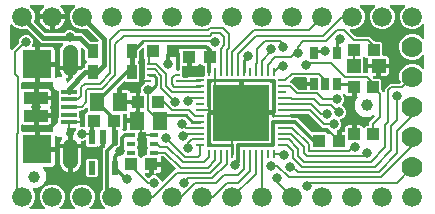
<source format=gbr>
G04 EAGLE Gerber RS-274X export*
G75*
%MOMM*%
%FSLAX34Y34*%
%LPD*%
%INTop Copper*%
%IPPOS*%
%AMOC8*
5,1,8,0,0,1.08239X$1,22.5*%
G01*
%ADD10R,1.240000X1.500000*%
%ADD11R,1.075000X1.000000*%
%ADD12R,1.200000X1.200000*%
%ADD13C,1.000000*%
%ADD14R,1.000000X1.000000*%
%ADD15R,2.413000X2.413000*%
%ADD16C,1.308000*%
%ADD17R,1.350000X0.400000*%
%ADD18R,2.000000X1.000000*%
%ADD19R,0.550000X1.200000*%
%ADD20R,0.250000X0.750000*%
%ADD21R,0.750000X0.250000*%
%ADD22R,4.700000X4.700000*%
%ADD23R,0.690000X0.990000*%
%ADD24R,0.910000X1.220000*%
%ADD25C,1.676400*%
%ADD26C,1.778000*%
%ADD27R,0.700000X0.350000*%
%ADD28R,0.350000X0.250000*%
%ADD29C,0.203200*%
%ADD30C,0.800100*%
%ADD31C,0.254000*%
%ADD32C,0.304800*%
%ADD33C,0.406400*%

G36*
X31109Y2545D02*
X31109Y2545D01*
X31138Y2542D01*
X31249Y2565D01*
X31361Y2581D01*
X31388Y2593D01*
X31417Y2598D01*
X31517Y2651D01*
X31620Y2697D01*
X31643Y2716D01*
X31669Y2729D01*
X31751Y2807D01*
X31837Y2880D01*
X31854Y2905D01*
X31875Y2925D01*
X31932Y3023D01*
X31995Y3117D01*
X32004Y3145D01*
X32019Y3170D01*
X32047Y3280D01*
X32081Y3388D01*
X32082Y3418D01*
X32089Y3446D01*
X32085Y3559D01*
X32088Y3672D01*
X32081Y3701D01*
X32080Y3730D01*
X32045Y3838D01*
X32016Y3947D01*
X32001Y3973D01*
X31992Y4001D01*
X31947Y4064D01*
X31871Y4192D01*
X31825Y4235D01*
X31797Y4274D01*
X29271Y6801D01*
X27685Y10628D01*
X27685Y14772D01*
X29271Y18600D01*
X32200Y21529D01*
X36028Y23115D01*
X40172Y23115D01*
X44000Y21529D01*
X46929Y18600D01*
X48515Y14772D01*
X48515Y10628D01*
X46929Y6801D01*
X44403Y4274D01*
X44385Y4250D01*
X44363Y4231D01*
X44300Y4137D01*
X44232Y4047D01*
X44221Y4019D01*
X44205Y3995D01*
X44171Y3887D01*
X44130Y3781D01*
X44128Y3752D01*
X44119Y3724D01*
X44116Y3610D01*
X44107Y3498D01*
X44113Y3469D01*
X44112Y3440D01*
X44140Y3330D01*
X44163Y3219D01*
X44176Y3193D01*
X44184Y3165D01*
X44242Y3067D01*
X44294Y2967D01*
X44314Y2945D01*
X44329Y2920D01*
X44411Y2843D01*
X44490Y2761D01*
X44515Y2746D01*
X44536Y2726D01*
X44637Y2674D01*
X44735Y2617D01*
X44763Y2610D01*
X44789Y2596D01*
X44867Y2583D01*
X45010Y2547D01*
X45073Y2549D01*
X45120Y2541D01*
X56480Y2541D01*
X56509Y2545D01*
X56538Y2542D01*
X56649Y2565D01*
X56761Y2581D01*
X56788Y2593D01*
X56817Y2598D01*
X56917Y2651D01*
X57020Y2697D01*
X57043Y2716D01*
X57069Y2729D01*
X57151Y2807D01*
X57237Y2880D01*
X57254Y2905D01*
X57275Y2925D01*
X57332Y3023D01*
X57395Y3117D01*
X57404Y3145D01*
X57419Y3170D01*
X57447Y3280D01*
X57481Y3388D01*
X57482Y3418D01*
X57489Y3446D01*
X57485Y3559D01*
X57488Y3672D01*
X57481Y3701D01*
X57480Y3730D01*
X57445Y3838D01*
X57416Y3947D01*
X57401Y3973D01*
X57392Y4001D01*
X57347Y4064D01*
X57271Y4192D01*
X57225Y4235D01*
X57197Y4274D01*
X54671Y6801D01*
X53085Y10628D01*
X53085Y14772D01*
X54671Y18600D01*
X57600Y21529D01*
X61428Y23115D01*
X65572Y23115D01*
X69400Y21529D01*
X72329Y18600D01*
X73915Y14772D01*
X73915Y10628D01*
X72329Y6801D01*
X69803Y4274D01*
X69785Y4250D01*
X69763Y4231D01*
X69700Y4137D01*
X69632Y4047D01*
X69621Y4019D01*
X69605Y3995D01*
X69571Y3887D01*
X69530Y3781D01*
X69528Y3752D01*
X69519Y3724D01*
X69516Y3610D01*
X69507Y3498D01*
X69513Y3469D01*
X69512Y3440D01*
X69540Y3330D01*
X69563Y3219D01*
X69576Y3193D01*
X69584Y3165D01*
X69642Y3067D01*
X69694Y2967D01*
X69714Y2945D01*
X69729Y2920D01*
X69811Y2843D01*
X69890Y2761D01*
X69915Y2746D01*
X69936Y2726D01*
X70037Y2674D01*
X70135Y2617D01*
X70163Y2610D01*
X70189Y2596D01*
X70267Y2583D01*
X70410Y2547D01*
X70473Y2549D01*
X70520Y2541D01*
X81880Y2541D01*
X81909Y2545D01*
X81938Y2542D01*
X82049Y2565D01*
X82161Y2581D01*
X82188Y2593D01*
X82217Y2598D01*
X82317Y2651D01*
X82420Y2697D01*
X82443Y2716D01*
X82469Y2729D01*
X82551Y2807D01*
X82637Y2880D01*
X82654Y2905D01*
X82675Y2925D01*
X82732Y3023D01*
X82795Y3117D01*
X82804Y3145D01*
X82819Y3170D01*
X82847Y3280D01*
X82881Y3388D01*
X82882Y3418D01*
X82889Y3446D01*
X82885Y3559D01*
X82888Y3672D01*
X82881Y3701D01*
X82880Y3730D01*
X82845Y3838D01*
X82816Y3947D01*
X82801Y3973D01*
X82792Y4001D01*
X82747Y4064D01*
X82671Y4192D01*
X82625Y4235D01*
X82597Y4274D01*
X80071Y6801D01*
X78485Y10628D01*
X78485Y14772D01*
X80071Y18600D01*
X80601Y19130D01*
X80653Y19199D01*
X80713Y19263D01*
X80739Y19313D01*
X80772Y19357D01*
X80803Y19438D01*
X80843Y19516D01*
X80851Y19564D01*
X80873Y19622D01*
X80885Y19770D01*
X80898Y19847D01*
X80898Y53380D01*
X80900Y53385D01*
X80903Y53414D01*
X80912Y53442D01*
X80914Y53556D01*
X80919Y53615D01*
X80924Y53615D01*
X81037Y53612D01*
X81066Y53620D01*
X81095Y53620D01*
X81203Y53655D01*
X81312Y53684D01*
X81337Y53699D01*
X81366Y53708D01*
X81429Y53754D01*
X81557Y53829D01*
X81600Y53875D01*
X81639Y53903D01*
X82357Y54621D01*
X82373Y54642D01*
X82392Y54658D01*
X82424Y54706D01*
X82469Y54755D01*
X82495Y54804D01*
X82528Y54848D01*
X82540Y54881D01*
X82549Y54895D01*
X82563Y54938D01*
X82599Y55008D01*
X82607Y55055D01*
X82629Y55114D01*
X82633Y55158D01*
X82635Y55166D01*
X82636Y55199D01*
X82641Y55261D01*
X82654Y55339D01*
X82654Y62807D01*
X82646Y62865D01*
X82648Y62923D01*
X82626Y63005D01*
X82614Y63088D01*
X82591Y63142D01*
X82576Y63198D01*
X82533Y63271D01*
X82498Y63348D01*
X82460Y63392D01*
X82431Y63443D01*
X82369Y63500D01*
X82315Y63565D01*
X82266Y63597D01*
X82223Y63637D01*
X82148Y63676D01*
X82078Y63722D01*
X82022Y63740D01*
X81970Y63767D01*
X81902Y63778D01*
X81807Y63808D01*
X81707Y63811D01*
X81639Y63822D01*
X80921Y63822D01*
X80863Y63814D01*
X80805Y63815D01*
X80723Y63794D01*
X80639Y63782D01*
X80586Y63758D01*
X80530Y63744D01*
X80457Y63700D01*
X80380Y63666D01*
X80335Y63628D01*
X80285Y63598D01*
X80227Y63537D01*
X80163Y63482D01*
X80131Y63434D01*
X80091Y63391D01*
X80052Y63316D01*
X80005Y63246D01*
X79988Y63190D01*
X79961Y63138D01*
X79950Y63070D01*
X79920Y62975D01*
X79917Y62875D01*
X79906Y62807D01*
X79906Y54625D01*
X78196Y54625D01*
X77549Y54798D01*
X76970Y55133D01*
X76889Y55214D01*
X76842Y55249D01*
X76802Y55292D01*
X76729Y55334D01*
X76662Y55385D01*
X76607Y55406D01*
X76556Y55436D01*
X76475Y55456D01*
X76396Y55486D01*
X76338Y55491D01*
X76281Y55506D01*
X76197Y55503D01*
X76113Y55510D01*
X76055Y55498D01*
X75997Y55497D01*
X75917Y55471D01*
X75834Y55454D01*
X75782Y55427D01*
X75726Y55409D01*
X75670Y55369D01*
X75582Y55323D01*
X75509Y55254D01*
X75453Y55214D01*
X75372Y55133D01*
X68188Y55133D01*
X66997Y56324D01*
X66997Y59702D01*
X66981Y59816D01*
X66971Y59930D01*
X66961Y59956D01*
X66957Y59983D01*
X66910Y60088D01*
X66869Y60195D01*
X66853Y60217D01*
X66841Y60243D01*
X66767Y60330D01*
X66698Y60422D01*
X66675Y60439D01*
X66658Y60460D01*
X66562Y60523D01*
X66470Y60592D01*
X66444Y60602D01*
X66421Y60617D01*
X66311Y60652D01*
X66204Y60693D01*
X66176Y60695D01*
X66150Y60703D01*
X66035Y60706D01*
X65921Y60715D01*
X65896Y60710D01*
X65866Y60710D01*
X65609Y60643D01*
X65593Y60640D01*
X64065Y60007D01*
X63097Y60007D01*
X62984Y59991D01*
X62869Y59981D01*
X62843Y59971D01*
X62816Y59967D01*
X62711Y59920D01*
X62604Y59879D01*
X62582Y59862D01*
X62556Y59851D01*
X62469Y59777D01*
X62377Y59707D01*
X62360Y59685D01*
X62339Y59667D01*
X62276Y59571D01*
X62207Y59479D01*
X62197Y59453D01*
X62182Y59430D01*
X62147Y59321D01*
X62107Y59213D01*
X62104Y59186D01*
X62096Y59159D01*
X62093Y59044D01*
X62084Y58930D01*
X62089Y58906D01*
X62089Y58875D01*
X62156Y58618D01*
X62159Y58603D01*
X62182Y58549D01*
X62311Y57899D01*
X55449Y57899D01*
X55449Y64761D01*
X55618Y64727D01*
X55634Y64726D01*
X55649Y64722D01*
X55775Y64719D01*
X55902Y64711D01*
X55917Y64715D01*
X55933Y64714D01*
X56055Y64746D01*
X56179Y64775D01*
X56193Y64782D01*
X56208Y64786D01*
X56317Y64851D01*
X56428Y64913D01*
X56439Y64924D01*
X56452Y64932D01*
X56539Y65024D01*
X56629Y65114D01*
X56636Y65128D01*
X56647Y65139D01*
X56705Y65252D01*
X56766Y65363D01*
X56769Y65378D01*
X56776Y65392D01*
X56788Y65460D01*
X56828Y65640D01*
X56826Y65687D01*
X56832Y65723D01*
X56832Y67240D01*
X57750Y69458D01*
X57919Y69626D01*
X57936Y69650D01*
X57959Y69669D01*
X58022Y69763D01*
X58090Y69853D01*
X58100Y69881D01*
X58116Y69905D01*
X58151Y70013D01*
X58191Y70119D01*
X58193Y70148D01*
X58202Y70176D01*
X58205Y70289D01*
X58215Y70402D01*
X58209Y70431D01*
X58210Y70460D01*
X58181Y70570D01*
X58159Y70681D01*
X58145Y70707D01*
X58138Y70735D01*
X58080Y70832D01*
X58028Y70933D01*
X58007Y70955D01*
X57992Y70980D01*
X57910Y71057D01*
X57832Y71139D01*
X57807Y71154D01*
X57785Y71174D01*
X57684Y71226D01*
X57587Y71283D01*
X57558Y71290D01*
X57532Y71304D01*
X57455Y71317D01*
X57311Y71353D01*
X57249Y71351D01*
X57201Y71359D01*
X53215Y71359D01*
X53215Y74885D01*
X61491Y74885D01*
X61491Y73565D01*
X61433Y73351D01*
X61427Y73303D01*
X61413Y73256D01*
X61410Y73162D01*
X61399Y73069D01*
X61407Y73021D01*
X61405Y72972D01*
X61429Y72881D01*
X61444Y72788D01*
X61465Y72744D01*
X61477Y72697D01*
X61525Y72616D01*
X61565Y72531D01*
X61598Y72495D01*
X61622Y72453D01*
X61691Y72388D01*
X61753Y72318D01*
X61794Y72292D01*
X61830Y72258D01*
X61913Y72215D01*
X61993Y72165D01*
X62039Y72151D01*
X62083Y72129D01*
X62156Y72116D01*
X62265Y72084D01*
X62352Y72084D01*
X62414Y72073D01*
X64065Y72073D01*
X64603Y71850D01*
X64715Y71822D01*
X64824Y71787D01*
X64852Y71786D01*
X64879Y71779D01*
X64993Y71783D01*
X65108Y71780D01*
X65135Y71787D01*
X65163Y71787D01*
X65272Y71822D01*
X65383Y71851D01*
X65407Y71866D01*
X65434Y71874D01*
X65529Y71938D01*
X65628Y71997D01*
X65647Y72017D01*
X65670Y72032D01*
X65744Y72120D01*
X65822Y72204D01*
X65835Y72229D01*
X65853Y72250D01*
X65899Y72355D01*
X65952Y72457D01*
X65956Y72482D01*
X65968Y72510D01*
X66005Y72773D01*
X66007Y72788D01*
X66007Y82677D01*
X67226Y83896D01*
X67309Y83908D01*
X67362Y83931D01*
X67418Y83946D01*
X67491Y83989D01*
X67568Y84024D01*
X67613Y84062D01*
X67663Y84091D01*
X67721Y84153D01*
X67785Y84207D01*
X67817Y84256D01*
X67857Y84299D01*
X67896Y84374D01*
X67943Y84444D01*
X67960Y84500D01*
X67987Y84552D01*
X67998Y84620D01*
X68028Y84715D01*
X68031Y84815D01*
X68042Y84883D01*
X68042Y87315D01*
X68038Y87344D01*
X68041Y87373D01*
X68018Y87484D01*
X68002Y87596D01*
X67990Y87623D01*
X67985Y87652D01*
X67932Y87752D01*
X67886Y87856D01*
X67867Y87878D01*
X67854Y87904D01*
X67776Y87986D01*
X67703Y88073D01*
X67678Y88089D01*
X67658Y88110D01*
X67560Y88167D01*
X67466Y88230D01*
X67438Y88239D01*
X67413Y88254D01*
X67303Y88282D01*
X67195Y88316D01*
X67165Y88317D01*
X67137Y88324D01*
X67024Y88320D01*
X66911Y88323D01*
X66882Y88316D01*
X66853Y88315D01*
X66745Y88280D01*
X66636Y88251D01*
X66610Y88236D01*
X66582Y88227D01*
X66519Y88182D01*
X66391Y88106D01*
X66348Y88061D01*
X66309Y88033D01*
X64128Y85851D01*
X61998Y85851D01*
X61940Y85843D01*
X61882Y85845D01*
X61800Y85823D01*
X61716Y85811D01*
X61663Y85788D01*
X61607Y85773D01*
X61534Y85730D01*
X61457Y85695D01*
X61412Y85657D01*
X61362Y85628D01*
X61304Y85566D01*
X61240Y85512D01*
X61208Y85463D01*
X61168Y85420D01*
X61129Y85345D01*
X61082Y85275D01*
X61065Y85219D01*
X61038Y85167D01*
X61027Y85099D01*
X60997Y85004D01*
X60994Y84904D01*
X60983Y84836D01*
X60983Y79733D01*
X60996Y79636D01*
X61001Y79539D01*
X61015Y79502D01*
X61023Y79451D01*
X61071Y79342D01*
X61080Y79308D01*
X61100Y79275D01*
X61119Y79225D01*
X61318Y78881D01*
X61491Y78234D01*
X61491Y76915D01*
X52200Y76915D01*
X52142Y76907D01*
X52084Y76909D01*
X52002Y76887D01*
X51919Y76876D01*
X51865Y76852D01*
X51809Y76837D01*
X51736Y76794D01*
X51659Y76759D01*
X51615Y76722D01*
X51565Y76692D01*
X51564Y76691D01*
X51506Y76630D01*
X51442Y76576D01*
X51442Y76575D01*
X51410Y76527D01*
X51369Y76484D01*
X51331Y76409D01*
X51284Y76339D01*
X51267Y76283D01*
X51240Y76231D01*
X51229Y76163D01*
X51199Y76068D01*
X51196Y75968D01*
X51185Y75900D01*
X51185Y71302D01*
X51171Y71296D01*
X51115Y71281D01*
X51042Y71238D01*
X50965Y71203D01*
X50920Y71165D01*
X50870Y71136D01*
X50812Y71074D01*
X50748Y71020D01*
X50716Y70971D01*
X50676Y70928D01*
X50637Y70853D01*
X50590Y70783D01*
X50573Y70727D01*
X50546Y70675D01*
X50535Y70607D01*
X50505Y70512D01*
X50502Y70412D01*
X50491Y70344D01*
X50491Y68198D01*
X49580Y65999D01*
X49562Y65929D01*
X49534Y65862D01*
X49526Y65792D01*
X49509Y65724D01*
X49511Y65652D01*
X49503Y65580D01*
X49515Y65510D01*
X49517Y65440D01*
X49539Y65371D01*
X49551Y65300D01*
X49582Y65236D01*
X49604Y65169D01*
X49644Y65109D01*
X49675Y65044D01*
X49723Y64991D01*
X49762Y64933D01*
X49817Y64886D01*
X49865Y64832D01*
X49925Y64795D01*
X49979Y64750D01*
X50045Y64720D01*
X50107Y64682D01*
X50175Y64663D01*
X50239Y64634D01*
X50311Y64624D01*
X50380Y64605D01*
X50440Y64606D01*
X50521Y64595D01*
X50640Y64612D01*
X50716Y64615D01*
X51451Y64761D01*
X51451Y57899D01*
X44589Y57899D01*
X44718Y58549D01*
X45403Y60201D01*
X46452Y61772D01*
X46467Y61802D01*
X46504Y61852D01*
X46515Y61880D01*
X46532Y61905D01*
X46561Y61999D01*
X46575Y62028D01*
X46578Y62046D01*
X46606Y62117D01*
X46608Y62147D01*
X46617Y62176D01*
X46620Y62288D01*
X46621Y62299D01*
X46623Y62308D01*
X46622Y62312D01*
X46630Y62400D01*
X46624Y62430D01*
X46625Y62460D01*
X46596Y62569D01*
X46574Y62679D01*
X46561Y62706D01*
X46553Y62735D01*
X46496Y62832D01*
X46444Y62932D01*
X46423Y62954D01*
X46408Y62980D01*
X46326Y63057D01*
X46249Y63138D01*
X46222Y63154D01*
X46200Y63174D01*
X46100Y63225D01*
X46004Y63282D01*
X45974Y63290D01*
X45947Y63304D01*
X45870Y63317D01*
X45728Y63353D01*
X45664Y63351D01*
X45616Y63359D01*
X43248Y63359D01*
X41460Y64100D01*
X41348Y64129D01*
X41239Y64164D01*
X41211Y64164D01*
X41184Y64171D01*
X41070Y64168D01*
X40955Y64171D01*
X40928Y64164D01*
X40900Y64163D01*
X40791Y64128D01*
X40680Y64099D01*
X40656Y64085D01*
X40629Y64076D01*
X40534Y64012D01*
X40435Y63954D01*
X40416Y63934D01*
X40393Y63918D01*
X40319Y63830D01*
X40241Y63747D01*
X40228Y63722D01*
X40210Y63701D01*
X40164Y63596D01*
X40111Y63493D01*
X40107Y63469D01*
X40095Y63441D01*
X40058Y63177D01*
X40056Y63162D01*
X40056Y54931D01*
X35661Y54931D01*
X35526Y54912D01*
X35388Y54894D01*
X35384Y54892D01*
X35379Y54891D01*
X35254Y54835D01*
X35128Y54780D01*
X35124Y54777D01*
X35120Y54775D01*
X35016Y54687D01*
X34909Y54599D01*
X34906Y54595D01*
X34903Y54591D01*
X34826Y54477D01*
X34749Y54364D01*
X34748Y54359D01*
X34745Y54355D01*
X34659Y54084D01*
X34659Y54060D01*
X34653Y54042D01*
X34526Y53026D01*
X34529Y52844D01*
X34526Y52774D01*
X34653Y51758D01*
X34689Y51625D01*
X34724Y51493D01*
X34726Y51488D01*
X34728Y51484D01*
X34800Y51365D01*
X34869Y51248D01*
X34873Y51245D01*
X34875Y51241D01*
X34976Y51148D01*
X35076Y51054D01*
X35081Y51051D01*
X35084Y51048D01*
X35207Y50987D01*
X35330Y50924D01*
X35334Y50924D01*
X35339Y50921D01*
X35618Y50870D01*
X35642Y50872D01*
X35661Y50869D01*
X40056Y50869D01*
X40056Y40501D01*
X39883Y39854D01*
X39548Y39275D01*
X39075Y38802D01*
X38496Y38467D01*
X37849Y38294D01*
X31166Y38294D01*
X31127Y38289D01*
X31088Y38291D01*
X30987Y38269D01*
X30884Y38254D01*
X30848Y38238D01*
X30810Y38230D01*
X30719Y38181D01*
X30625Y38138D01*
X30595Y38113D01*
X30561Y38094D01*
X30487Y38021D01*
X30408Y37955D01*
X30386Y37922D01*
X30358Y37895D01*
X30307Y37804D01*
X30250Y37718D01*
X30238Y37681D01*
X30219Y37647D01*
X30196Y37546D01*
X30164Y37447D01*
X30163Y37408D01*
X30154Y37370D01*
X30160Y37266D01*
X30157Y37163D01*
X30167Y37125D01*
X30169Y37086D01*
X30196Y37013D01*
X30229Y36888D01*
X30267Y36824D01*
X30286Y36771D01*
X32698Y32595D01*
X32698Y27235D01*
X30018Y22594D01*
X25377Y19914D01*
X22504Y19914D01*
X22390Y19898D01*
X22276Y19888D01*
X22250Y19878D01*
X22223Y19874D01*
X22118Y19827D01*
X22011Y19786D01*
X21989Y19770D01*
X21963Y19758D01*
X21875Y19684D01*
X21784Y19615D01*
X21767Y19592D01*
X21746Y19575D01*
X21682Y19479D01*
X21614Y19387D01*
X21604Y19361D01*
X21589Y19338D01*
X21554Y19228D01*
X21513Y19121D01*
X21511Y19093D01*
X21503Y19067D01*
X21500Y18952D01*
X21491Y18838D01*
X21496Y18813D01*
X21495Y18783D01*
X21563Y18526D01*
X21566Y18510D01*
X23115Y14772D01*
X23115Y10628D01*
X21529Y6801D01*
X19003Y4274D01*
X18985Y4250D01*
X18963Y4231D01*
X18900Y4137D01*
X18832Y4047D01*
X18821Y4019D01*
X18805Y3995D01*
X18771Y3887D01*
X18730Y3781D01*
X18728Y3752D01*
X18719Y3724D01*
X18716Y3610D01*
X18707Y3498D01*
X18713Y3469D01*
X18712Y3440D01*
X18740Y3330D01*
X18763Y3219D01*
X18776Y3193D01*
X18784Y3165D01*
X18842Y3067D01*
X18894Y2967D01*
X18914Y2945D01*
X18929Y2920D01*
X19011Y2843D01*
X19090Y2761D01*
X19115Y2746D01*
X19136Y2726D01*
X19237Y2674D01*
X19335Y2617D01*
X19363Y2610D01*
X19389Y2596D01*
X19467Y2583D01*
X19610Y2547D01*
X19673Y2549D01*
X19720Y2541D01*
X31080Y2541D01*
X31109Y2545D01*
G37*
G36*
X190678Y48063D02*
X190678Y48063D01*
X190736Y48062D01*
X190818Y48083D01*
X190902Y48095D01*
X190955Y48119D01*
X191012Y48134D01*
X191084Y48177D01*
X191161Y48211D01*
X191206Y48249D01*
X191256Y48279D01*
X191314Y48340D01*
X191378Y48395D01*
X191410Y48443D01*
X191450Y48486D01*
X191489Y48561D01*
X191536Y48631D01*
X191553Y48687D01*
X191580Y48739D01*
X191591Y48807D01*
X191621Y48902D01*
X191624Y49002D01*
X191635Y49070D01*
X191635Y55556D01*
X191684Y55584D01*
X191742Y55646D01*
X191806Y55700D01*
X191838Y55749D01*
X191878Y55792D01*
X191917Y55867D01*
X191964Y55937D01*
X191981Y55993D01*
X192008Y56045D01*
X192019Y56113D01*
X192049Y56208D01*
X192052Y56308D01*
X192063Y56376D01*
X192063Y56764D01*
X192055Y56822D01*
X192057Y56880D01*
X192035Y56962D01*
X192023Y57046D01*
X192000Y57099D01*
X191985Y57155D01*
X191942Y57228D01*
X191907Y57305D01*
X191869Y57350D01*
X191840Y57400D01*
X191778Y57458D01*
X191724Y57522D01*
X191675Y57554D01*
X191632Y57594D01*
X191557Y57633D01*
X191487Y57680D01*
X191431Y57697D01*
X191379Y57724D01*
X191311Y57735D01*
X191216Y57765D01*
X191116Y57768D01*
X191048Y57779D01*
X174286Y57779D01*
X173639Y57952D01*
X173060Y58287D01*
X172587Y58760D01*
X172252Y59339D01*
X172079Y59986D01*
X172079Y81789D01*
X197104Y81789D01*
X197162Y81797D01*
X197220Y81795D01*
X197302Y81817D01*
X197385Y81829D01*
X197439Y81853D01*
X197495Y81867D01*
X197568Y81910D01*
X197645Y81945D01*
X197689Y81983D01*
X197740Y82013D01*
X197797Y82074D01*
X197862Y82129D01*
X197894Y82177D01*
X197934Y82220D01*
X197973Y82295D01*
X198019Y82365D01*
X198037Y82421D01*
X198064Y82473D01*
X198075Y82541D01*
X198105Y82636D01*
X198108Y82736D01*
X198119Y82804D01*
X198119Y83821D01*
X198121Y83821D01*
X198121Y82804D01*
X198129Y82746D01*
X198128Y82688D01*
X198149Y82606D01*
X198161Y82523D01*
X198185Y82469D01*
X198199Y82413D01*
X198242Y82340D01*
X198277Y82263D01*
X198315Y82218D01*
X198345Y82168D01*
X198406Y82110D01*
X198461Y82046D01*
X198509Y82014D01*
X198552Y81974D01*
X198627Y81935D01*
X198697Y81889D01*
X198753Y81871D01*
X198805Y81844D01*
X198873Y81833D01*
X198968Y81803D01*
X199068Y81800D01*
X199136Y81789D01*
X224161Y81789D01*
X224161Y80892D01*
X224169Y80834D01*
X224167Y80776D01*
X224189Y80694D01*
X224201Y80610D01*
X224224Y80557D01*
X224239Y80501D01*
X224282Y80428D01*
X224317Y80351D01*
X224355Y80306D01*
X224384Y80256D01*
X224446Y80198D01*
X224500Y80134D01*
X224549Y80102D01*
X224592Y80062D01*
X224667Y80023D01*
X224737Y79976D01*
X224793Y79959D01*
X224845Y79932D01*
X224913Y79921D01*
X225008Y79891D01*
X225108Y79888D01*
X225176Y79877D01*
X225564Y79877D01*
X225622Y79885D01*
X225680Y79883D01*
X225762Y79905D01*
X225846Y79917D01*
X225899Y79940D01*
X225955Y79955D01*
X226028Y79998D01*
X226105Y80033D01*
X226150Y80071D01*
X226200Y80100D01*
X226258Y80162D01*
X226322Y80216D01*
X226354Y80265D01*
X226391Y80305D01*
X232870Y80305D01*
X239356Y80305D01*
X239384Y80256D01*
X239446Y80198D01*
X239500Y80134D01*
X239549Y80102D01*
X239592Y80062D01*
X239667Y80023D01*
X239737Y79976D01*
X239793Y79959D01*
X239845Y79932D01*
X239913Y79921D01*
X240008Y79891D01*
X240108Y79888D01*
X240176Y79877D01*
X245193Y79877D01*
X247574Y77496D01*
X257415Y67655D01*
X257485Y67603D01*
X257549Y67543D01*
X257598Y67517D01*
X257642Y67484D01*
X257724Y67453D01*
X257802Y67413D01*
X257849Y67405D01*
X257908Y67383D01*
X258055Y67371D01*
X258133Y67358D01*
X270132Y67358D01*
X271509Y65981D01*
X271548Y65951D01*
X271581Y65915D01*
X271661Y65866D01*
X271736Y65810D01*
X271782Y65792D01*
X271823Y65767D01*
X271914Y65742D01*
X272002Y65709D01*
X272051Y65704D01*
X272098Y65692D01*
X272192Y65693D01*
X272285Y65685D01*
X272333Y65695D01*
X272382Y65695D01*
X272472Y65722D01*
X272564Y65741D01*
X272607Y65763D01*
X272654Y65777D01*
X272733Y65828D01*
X272816Y65872D01*
X272852Y65905D01*
X272893Y65932D01*
X272940Y65989D01*
X273022Y66068D01*
X273066Y66143D01*
X273106Y66191D01*
X273507Y66885D01*
X273851Y67229D01*
X273919Y67320D01*
X273994Y67408D01*
X274005Y67434D01*
X274022Y67456D01*
X274062Y67563D01*
X274109Y67668D01*
X274113Y67696D01*
X274123Y67722D01*
X274132Y67836D01*
X274148Y67950D01*
X274144Y67977D01*
X274146Y68005D01*
X274124Y68117D01*
X274107Y68231D01*
X274096Y68256D01*
X274090Y68284D01*
X274037Y68386D01*
X273990Y68490D01*
X273972Y68511D01*
X273959Y68536D01*
X273880Y68619D01*
X273806Y68707D01*
X273785Y68720D01*
X273764Y68742D01*
X273534Y68877D01*
X273521Y68885D01*
X272807Y69180D01*
X271039Y70949D01*
X270969Y71001D01*
X270905Y71061D01*
X270856Y71087D01*
X270812Y71120D01*
X270730Y71151D01*
X270652Y71191D01*
X270604Y71199D01*
X270546Y71221D01*
X270398Y71233D01*
X270321Y71246D01*
X266707Y71246D01*
X254980Y82974D01*
X254910Y83026D01*
X254846Y83086D01*
X254796Y83112D01*
X254752Y83145D01*
X254671Y83176D01*
X254593Y83216D01*
X254545Y83224D01*
X254487Y83246D01*
X254339Y83258D01*
X254262Y83271D01*
X240176Y83271D01*
X240118Y83263D01*
X240060Y83265D01*
X239978Y83243D01*
X239894Y83231D01*
X239841Y83208D01*
X239785Y83193D01*
X239712Y83150D01*
X239635Y83115D01*
X239590Y83077D01*
X239540Y83048D01*
X239482Y82986D01*
X239418Y82932D01*
X239386Y82883D01*
X239346Y82840D01*
X239307Y82765D01*
X239260Y82695D01*
X239243Y82639D01*
X239216Y82587D01*
X239205Y82519D01*
X239175Y82424D01*
X239172Y82335D01*
X232870Y82335D01*
X226579Y82335D01*
X226579Y82904D01*
X226752Y83551D01*
X226951Y83895D01*
X226988Y83985D01*
X227032Y84072D01*
X227038Y84111D01*
X227058Y84159D01*
X227075Y84330D01*
X227087Y84403D01*
X227087Y111772D01*
X227079Y111830D01*
X227081Y111888D01*
X227059Y111970D01*
X227047Y112054D01*
X227024Y112107D01*
X227009Y112163D01*
X226966Y112236D01*
X226931Y112313D01*
X226893Y112358D01*
X226864Y112408D01*
X226802Y112466D01*
X226748Y112530D01*
X226699Y112562D01*
X226656Y112602D01*
X226581Y112641D01*
X226511Y112688D01*
X226455Y112705D01*
X226403Y112732D01*
X226335Y112743D01*
X226240Y112773D01*
X226140Y112776D01*
X226072Y112787D01*
X178703Y112787D01*
X178606Y112774D01*
X178509Y112769D01*
X178472Y112755D01*
X178421Y112747D01*
X178264Y112677D01*
X178195Y112651D01*
X177851Y112452D01*
X177204Y112279D01*
X176635Y112279D01*
X176635Y118570D01*
X176627Y118628D01*
X176629Y118686D01*
X176607Y118768D01*
X176596Y118851D01*
X176572Y118905D01*
X176557Y118961D01*
X176514Y119034D01*
X176479Y119111D01*
X176442Y119155D01*
X176412Y119205D01*
X176350Y119263D01*
X176296Y119328D01*
X176247Y119360D01*
X176204Y119400D01*
X176129Y119438D01*
X176059Y119485D01*
X176003Y119503D01*
X175951Y119529D01*
X175883Y119541D01*
X175788Y119571D01*
X175688Y119574D01*
X175620Y119585D01*
X175562Y119577D01*
X175504Y119578D01*
X175503Y119578D01*
X175422Y119557D01*
X175338Y119545D01*
X175285Y119521D01*
X175228Y119506D01*
X175156Y119463D01*
X175079Y119429D01*
X175034Y119391D01*
X174984Y119361D01*
X174926Y119300D01*
X174862Y119245D01*
X174830Y119197D01*
X174789Y119154D01*
X174751Y119079D01*
X174704Y119009D01*
X174687Y118953D01*
X174660Y118901D01*
X174649Y118833D01*
X174619Y118738D01*
X174616Y118638D01*
X174605Y118570D01*
X174605Y112279D01*
X174036Y112279D01*
X173389Y112452D01*
X173045Y112651D01*
X172955Y112688D01*
X172868Y112732D01*
X172829Y112738D01*
X172781Y112758D01*
X172610Y112775D01*
X172537Y112787D01*
X170168Y112787D01*
X170110Y112779D01*
X170052Y112781D01*
X169970Y112759D01*
X169886Y112747D01*
X169833Y112724D01*
X169777Y112709D01*
X169704Y112666D01*
X169627Y112631D01*
X169582Y112593D01*
X169532Y112564D01*
X169474Y112502D01*
X169410Y112448D01*
X169378Y112399D01*
X169338Y112356D01*
X169299Y112281D01*
X169252Y112211D01*
X169235Y112155D01*
X169208Y112103D01*
X169197Y112035D01*
X169167Y111940D01*
X169164Y111840D01*
X169153Y111772D01*
X169153Y89403D01*
X169166Y89306D01*
X169171Y89209D01*
X169185Y89172D01*
X169193Y89121D01*
X169263Y88964D01*
X169289Y88895D01*
X169488Y88551D01*
X169661Y87904D01*
X169661Y87335D01*
X163370Y87335D01*
X163312Y87327D01*
X163254Y87329D01*
X163172Y87307D01*
X163089Y87296D01*
X163035Y87272D01*
X162979Y87257D01*
X162906Y87214D01*
X162829Y87179D01*
X162785Y87142D01*
X162735Y87112D01*
X162677Y87050D01*
X162612Y86996D01*
X162580Y86947D01*
X162540Y86904D01*
X162502Y86829D01*
X162455Y86759D01*
X162437Y86703D01*
X162411Y86651D01*
X162399Y86583D01*
X162369Y86488D01*
X162366Y86388D01*
X162355Y86320D01*
X162363Y86262D01*
X162362Y86204D01*
X162362Y86203D01*
X162383Y86122D01*
X162395Y86038D01*
X162419Y85985D01*
X162434Y85928D01*
X162477Y85856D01*
X162511Y85779D01*
X162549Y85734D01*
X162579Y85684D01*
X162640Y85626D01*
X162695Y85562D01*
X162743Y85530D01*
X162786Y85489D01*
X162861Y85451D01*
X162931Y85404D01*
X162987Y85387D01*
X163039Y85360D01*
X163107Y85349D01*
X163202Y85319D01*
X163302Y85316D01*
X163370Y85305D01*
X169661Y85305D01*
X169661Y84736D01*
X169488Y84089D01*
X169289Y83745D01*
X169252Y83655D01*
X169208Y83568D01*
X169202Y83529D01*
X169182Y83481D01*
X169165Y83310D01*
X169153Y83237D01*
X169153Y55868D01*
X169161Y55810D01*
X169159Y55752D01*
X169181Y55670D01*
X169193Y55586D01*
X169216Y55533D01*
X169231Y55477D01*
X169274Y55404D01*
X169309Y55327D01*
X169347Y55282D01*
X169376Y55232D01*
X169438Y55174D01*
X169492Y55110D01*
X169541Y55078D01*
X169584Y55038D01*
X169659Y54999D01*
X169729Y54952D01*
X169785Y54935D01*
X169837Y54908D01*
X169905Y54897D01*
X170000Y54867D01*
X170100Y54864D01*
X170168Y54853D01*
X187537Y54853D01*
X187634Y54866D01*
X187731Y54871D01*
X187768Y54885D01*
X187819Y54893D01*
X187976Y54963D01*
X188045Y54989D01*
X188389Y55188D01*
X189036Y55361D01*
X189605Y55361D01*
X189605Y49070D01*
X189613Y49012D01*
X189611Y48954D01*
X189633Y48872D01*
X189644Y48789D01*
X189668Y48735D01*
X189683Y48679D01*
X189726Y48606D01*
X189761Y48529D01*
X189798Y48485D01*
X189828Y48435D01*
X189890Y48377D01*
X189944Y48312D01*
X189993Y48280D01*
X190036Y48240D01*
X190111Y48202D01*
X190181Y48155D01*
X190237Y48137D01*
X190289Y48111D01*
X190357Y48099D01*
X190452Y48069D01*
X190552Y48066D01*
X190620Y48055D01*
X190678Y48063D01*
G37*
G36*
X318603Y101513D02*
X318603Y101513D01*
X318632Y101513D01*
X318742Y101541D01*
X318853Y101564D01*
X318879Y101577D01*
X318907Y101585D01*
X319005Y101642D01*
X319105Y101695D01*
X319127Y101715D01*
X319152Y101730D01*
X319229Y101812D01*
X319311Y101890D01*
X319326Y101916D01*
X319346Y101937D01*
X319398Y102038D01*
X319455Y102136D01*
X319462Y102164D01*
X319476Y102190D01*
X319489Y102268D01*
X319525Y102411D01*
X319523Y102474D01*
X319531Y102521D01*
X319531Y104133D01*
X323857Y108459D01*
X331977Y108459D01*
X332091Y108475D01*
X332206Y108485D01*
X332231Y108495D01*
X332259Y108499D01*
X332364Y108546D01*
X332471Y108587D01*
X332493Y108603D01*
X332518Y108615D01*
X332606Y108689D01*
X332698Y108758D01*
X332714Y108781D01*
X332735Y108798D01*
X332799Y108894D01*
X332868Y108986D01*
X332878Y109012D01*
X332893Y109035D01*
X332928Y109145D01*
X332968Y109252D01*
X332970Y109280D01*
X332979Y109306D01*
X332982Y109421D01*
X332991Y109535D01*
X332985Y109560D01*
X332986Y109590D01*
X332919Y109847D01*
X332915Y109863D01*
X331977Y112127D01*
X331977Y116473D01*
X333640Y120487D01*
X336713Y123560D01*
X340727Y125223D01*
X345073Y125223D01*
X349087Y123560D01*
X351326Y121321D01*
X351350Y121303D01*
X351369Y121281D01*
X351463Y121218D01*
X351553Y121150D01*
X351581Y121140D01*
X351605Y121123D01*
X351713Y121089D01*
X351819Y121049D01*
X351848Y121046D01*
X351876Y121038D01*
X351990Y121035D01*
X352102Y121025D01*
X352131Y121031D01*
X352160Y121030D01*
X352270Y121059D01*
X352381Y121081D01*
X352407Y121095D01*
X352435Y121102D01*
X352533Y121160D01*
X352633Y121212D01*
X352655Y121232D01*
X352680Y121247D01*
X352757Y121330D01*
X352839Y121408D01*
X352854Y121433D01*
X352874Y121455D01*
X352926Y121555D01*
X352983Y121653D01*
X352990Y121682D01*
X353004Y121708D01*
X353017Y121785D01*
X353053Y121929D01*
X353051Y121991D01*
X353059Y122039D01*
X353059Y131961D01*
X353055Y131990D01*
X353058Y132019D01*
X353035Y132131D01*
X353019Y132243D01*
X353007Y132269D01*
X353002Y132298D01*
X352949Y132399D01*
X352903Y132502D01*
X352884Y132524D01*
X352871Y132551D01*
X352793Y132633D01*
X352720Y132719D01*
X352695Y132735D01*
X352675Y132757D01*
X352577Y132814D01*
X352483Y132877D01*
X352455Y132886D01*
X352430Y132900D01*
X352320Y132928D01*
X352212Y132962D01*
X352182Y132963D01*
X352154Y132970D01*
X352041Y132967D01*
X351928Y132970D01*
X351899Y132962D01*
X351870Y132961D01*
X351762Y132926D01*
X351653Y132898D01*
X351627Y132883D01*
X351599Y132874D01*
X351536Y132828D01*
X351408Y132753D01*
X351365Y132707D01*
X351326Y132679D01*
X349087Y130440D01*
X345073Y128777D01*
X340727Y128777D01*
X336713Y130440D01*
X333640Y133513D01*
X331977Y137527D01*
X331977Y141873D01*
X333640Y145887D01*
X336713Y148960D01*
X340727Y150623D01*
X345073Y150623D01*
X349087Y148960D01*
X351326Y146721D01*
X351350Y146703D01*
X351369Y146681D01*
X351463Y146618D01*
X351553Y146550D01*
X351581Y146540D01*
X351605Y146523D01*
X351713Y146489D01*
X351819Y146449D01*
X351848Y146446D01*
X351876Y146438D01*
X351990Y146435D01*
X352102Y146425D01*
X352131Y146431D01*
X352160Y146430D01*
X352270Y146459D01*
X352381Y146481D01*
X352407Y146495D01*
X352435Y146502D01*
X352533Y146560D01*
X352633Y146612D01*
X352655Y146632D01*
X352680Y146647D01*
X352757Y146730D01*
X352839Y146808D01*
X352854Y146833D01*
X352874Y146855D01*
X352926Y146955D01*
X352983Y147053D01*
X352990Y147082D01*
X353004Y147108D01*
X353017Y147185D01*
X353053Y147329D01*
X353051Y147391D01*
X353059Y147439D01*
X353059Y158080D01*
X353055Y158109D01*
X353058Y158138D01*
X353035Y158249D01*
X353019Y158361D01*
X353007Y158388D01*
X353002Y158417D01*
X352949Y158517D01*
X352903Y158620D01*
X352884Y158643D01*
X352871Y158669D01*
X352793Y158751D01*
X352720Y158837D01*
X352695Y158854D01*
X352675Y158875D01*
X352577Y158932D01*
X352483Y158995D01*
X352455Y159004D01*
X352430Y159019D01*
X352320Y159047D01*
X352212Y159081D01*
X352182Y159082D01*
X352154Y159089D01*
X352041Y159085D01*
X351928Y159088D01*
X351899Y159081D01*
X351870Y159080D01*
X351762Y159045D01*
X351653Y159016D01*
X351627Y159001D01*
X351599Y158992D01*
X351536Y158947D01*
X351408Y158871D01*
X351365Y158825D01*
X351326Y158797D01*
X348799Y156271D01*
X344972Y154685D01*
X340828Y154685D01*
X337000Y156271D01*
X334071Y159200D01*
X332485Y163028D01*
X332485Y167172D01*
X334071Y170999D01*
X336597Y173526D01*
X336615Y173550D01*
X336637Y173569D01*
X336700Y173663D01*
X336768Y173753D01*
X336779Y173781D01*
X336795Y173805D01*
X336829Y173913D01*
X336870Y174019D01*
X336872Y174048D01*
X336881Y174076D01*
X336884Y174190D01*
X336893Y174302D01*
X336887Y174331D01*
X336888Y174360D01*
X336860Y174470D01*
X336837Y174581D01*
X336824Y174607D01*
X336816Y174635D01*
X336758Y174733D01*
X336706Y174833D01*
X336686Y174855D01*
X336671Y174880D01*
X336589Y174957D01*
X336510Y175039D01*
X336485Y175054D01*
X336464Y175074D01*
X336363Y175126D01*
X336265Y175183D01*
X336237Y175190D01*
X336211Y175204D01*
X336133Y175217D01*
X335990Y175253D01*
X335927Y175251D01*
X335880Y175259D01*
X324520Y175259D01*
X324491Y175255D01*
X324462Y175258D01*
X324351Y175235D01*
X324239Y175219D01*
X324212Y175207D01*
X324183Y175202D01*
X324083Y175149D01*
X323980Y175103D01*
X323957Y175084D01*
X323931Y175071D01*
X323849Y174993D01*
X323763Y174920D01*
X323746Y174895D01*
X323725Y174875D01*
X323668Y174777D01*
X323605Y174683D01*
X323596Y174655D01*
X323581Y174630D01*
X323553Y174520D01*
X323519Y174412D01*
X323518Y174382D01*
X323511Y174354D01*
X323515Y174241D01*
X323512Y174128D01*
X323519Y174099D01*
X323520Y174070D01*
X323555Y173962D01*
X323584Y173853D01*
X323599Y173827D01*
X323608Y173799D01*
X323653Y173736D01*
X323729Y173608D01*
X323775Y173565D01*
X323803Y173526D01*
X326329Y170999D01*
X327915Y167172D01*
X327915Y163028D01*
X326329Y159200D01*
X323400Y156271D01*
X319572Y154685D01*
X315428Y154685D01*
X311600Y156271D01*
X308671Y159200D01*
X307085Y163028D01*
X307085Y167172D01*
X308671Y170999D01*
X311197Y173526D01*
X311215Y173550D01*
X311237Y173569D01*
X311300Y173663D01*
X311368Y173753D01*
X311379Y173781D01*
X311395Y173805D01*
X311429Y173913D01*
X311470Y174019D01*
X311472Y174048D01*
X311481Y174076D01*
X311484Y174190D01*
X311493Y174302D01*
X311487Y174331D01*
X311488Y174360D01*
X311460Y174470D01*
X311437Y174581D01*
X311424Y174607D01*
X311416Y174635D01*
X311358Y174733D01*
X311306Y174833D01*
X311286Y174855D01*
X311271Y174880D01*
X311189Y174957D01*
X311110Y175039D01*
X311085Y175054D01*
X311064Y175074D01*
X310963Y175126D01*
X310865Y175183D01*
X310837Y175190D01*
X310811Y175204D01*
X310733Y175217D01*
X310590Y175253D01*
X310527Y175251D01*
X310480Y175259D01*
X299120Y175259D01*
X299091Y175255D01*
X299062Y175258D01*
X298951Y175235D01*
X298839Y175219D01*
X298812Y175207D01*
X298783Y175202D01*
X298683Y175149D01*
X298580Y175103D01*
X298557Y175084D01*
X298531Y175071D01*
X298449Y174993D01*
X298363Y174920D01*
X298346Y174895D01*
X298325Y174875D01*
X298268Y174777D01*
X298205Y174683D01*
X298196Y174655D01*
X298181Y174630D01*
X298153Y174520D01*
X298119Y174412D01*
X298118Y174382D01*
X298111Y174354D01*
X298115Y174241D01*
X298112Y174128D01*
X298119Y174099D01*
X298120Y174070D01*
X298155Y173962D01*
X298184Y173853D01*
X298199Y173827D01*
X298208Y173799D01*
X298253Y173736D01*
X298329Y173608D01*
X298375Y173565D01*
X298403Y173526D01*
X300929Y170999D01*
X302515Y167172D01*
X302515Y163028D01*
X300929Y159200D01*
X298000Y156271D01*
X294172Y154685D01*
X290862Y154685D01*
X290833Y154681D01*
X290804Y154684D01*
X290693Y154661D01*
X290581Y154645D01*
X290554Y154633D01*
X290525Y154628D01*
X290425Y154576D01*
X290321Y154529D01*
X290299Y154510D01*
X290273Y154497D01*
X290191Y154419D01*
X290104Y154346D01*
X290088Y154321D01*
X290067Y154301D01*
X290010Y154203D01*
X289947Y154109D01*
X289938Y154081D01*
X289923Y154056D01*
X289895Y153946D01*
X289861Y153838D01*
X289860Y153808D01*
X289853Y153780D01*
X289857Y153667D01*
X289854Y153554D01*
X289861Y153525D01*
X289862Y153496D01*
X289897Y153388D01*
X289926Y153279D01*
X289941Y153253D01*
X289950Y153225D01*
X289995Y153162D01*
X290071Y153034D01*
X290116Y152991D01*
X290144Y152952D01*
X294335Y148761D01*
X294405Y148709D01*
X294469Y148649D01*
X294519Y148623D01*
X294563Y148590D01*
X294644Y148559D01*
X294722Y148519D01*
X294770Y148511D01*
X294828Y148489D01*
X294976Y148477D01*
X295053Y148464D01*
X306698Y148464D01*
X310671Y144490D01*
X310741Y144438D01*
X310805Y144378D01*
X310855Y144352D01*
X310899Y144319D01*
X310980Y144288D01*
X311058Y144248D01*
X311106Y144240D01*
X311164Y144218D01*
X311312Y144206D01*
X311389Y144193D01*
X316342Y144193D01*
X317533Y143002D01*
X317533Y133146D01*
X317541Y133088D01*
X317539Y133030D01*
X317561Y132948D01*
X317573Y132864D01*
X317596Y132811D01*
X317611Y132755D01*
X317654Y132682D01*
X317689Y132605D01*
X317727Y132560D01*
X317756Y132510D01*
X317818Y132452D01*
X317872Y132388D01*
X317921Y132356D01*
X317964Y132316D01*
X318039Y132277D01*
X318109Y132230D01*
X318165Y132213D01*
X318217Y132186D01*
X318285Y132175D01*
X318380Y132145D01*
X318480Y132142D01*
X318548Y132131D01*
X320584Y132131D01*
X321231Y131958D01*
X321810Y131623D01*
X322283Y131150D01*
X322618Y130571D01*
X322791Y129924D01*
X322791Y125621D01*
X315266Y125621D01*
X315208Y125613D01*
X315150Y125614D01*
X315068Y125593D01*
X314985Y125581D01*
X314931Y125557D01*
X314875Y125543D01*
X314802Y125500D01*
X314725Y125465D01*
X314681Y125427D01*
X314630Y125397D01*
X314573Y125336D01*
X314508Y125281D01*
X314476Y125233D01*
X314436Y125190D01*
X314397Y125115D01*
X314351Y125045D01*
X314333Y124989D01*
X314306Y124937D01*
X314295Y124869D01*
X314265Y124774D01*
X314262Y124674D01*
X314251Y124606D01*
X314251Y123589D01*
X314249Y123589D01*
X314249Y124606D01*
X314241Y124664D01*
X314242Y124722D01*
X314221Y124804D01*
X314209Y124887D01*
X314185Y124941D01*
X314171Y124997D01*
X314128Y125070D01*
X314093Y125147D01*
X314055Y125191D01*
X314025Y125242D01*
X313964Y125299D01*
X313909Y125364D01*
X313861Y125396D01*
X313818Y125436D01*
X313743Y125475D01*
X313673Y125521D01*
X313617Y125539D01*
X313565Y125566D01*
X313497Y125577D01*
X313402Y125607D01*
X313302Y125610D01*
X313234Y125621D01*
X305709Y125621D01*
X305709Y129112D01*
X305701Y129170D01*
X305703Y129228D01*
X305681Y129310D01*
X305669Y129393D01*
X305646Y129447D01*
X305631Y129503D01*
X305588Y129576D01*
X305553Y129653D01*
X305515Y129698D01*
X305486Y129748D01*
X305424Y129806D01*
X305370Y129870D01*
X305321Y129902D01*
X305278Y129942D01*
X305203Y129981D01*
X305133Y130027D01*
X305077Y130045D01*
X305025Y130072D01*
X304957Y130083D01*
X304862Y130113D01*
X304762Y130116D01*
X304694Y130127D01*
X303908Y130127D01*
X303016Y131019D01*
X302992Y131037D01*
X302973Y131059D01*
X302879Y131122D01*
X302789Y131190D01*
X302761Y131201D01*
X302737Y131217D01*
X302629Y131251D01*
X302523Y131292D01*
X302494Y131294D01*
X302466Y131303D01*
X302352Y131306D01*
X302240Y131315D01*
X302211Y131309D01*
X302182Y131310D01*
X302072Y131281D01*
X301961Y131259D01*
X301935Y131246D01*
X301907Y131238D01*
X301809Y131181D01*
X301709Y131128D01*
X301687Y131108D01*
X301662Y131093D01*
X301585Y131011D01*
X301503Y130932D01*
X301488Y130907D01*
X301468Y130886D01*
X301416Y130785D01*
X301359Y130687D01*
X301352Y130659D01*
X301338Y130633D01*
X301325Y130555D01*
X301289Y130412D01*
X301291Y130349D01*
X301283Y130302D01*
X301283Y118364D01*
X301291Y118306D01*
X301289Y118248D01*
X301311Y118166D01*
X301323Y118082D01*
X301346Y118029D01*
X301361Y117973D01*
X301404Y117900D01*
X301439Y117823D01*
X301477Y117778D01*
X301506Y117728D01*
X301568Y117670D01*
X301622Y117606D01*
X301671Y117574D01*
X301714Y117534D01*
X301789Y117495D01*
X301859Y117448D01*
X301915Y117431D01*
X301967Y117404D01*
X302035Y117393D01*
X302130Y117363D01*
X302230Y117360D01*
X302298Y117349D01*
X304694Y117349D01*
X304752Y117357D01*
X304810Y117355D01*
X304892Y117377D01*
X304976Y117389D01*
X305029Y117412D01*
X305085Y117427D01*
X305158Y117470D01*
X305235Y117505D01*
X305280Y117543D01*
X305330Y117572D01*
X305388Y117634D01*
X305452Y117688D01*
X305484Y117737D01*
X305524Y117780D01*
X305563Y117855D01*
X305610Y117925D01*
X305627Y117981D01*
X305654Y118033D01*
X305665Y118101D01*
X305695Y118196D01*
X305698Y118296D01*
X305709Y118364D01*
X305709Y121559D01*
X312219Y121559D01*
X312219Y115049D01*
X310178Y115049D01*
X310149Y115045D01*
X310120Y115048D01*
X310009Y115025D01*
X309897Y115009D01*
X309870Y114997D01*
X309841Y114992D01*
X309741Y114940D01*
X309637Y114893D01*
X309615Y114874D01*
X309589Y114861D01*
X309507Y114783D01*
X309420Y114710D01*
X309404Y114685D01*
X309383Y114665D01*
X309326Y114567D01*
X309263Y114473D01*
X309254Y114445D01*
X309239Y114420D01*
X309211Y114310D01*
X309177Y114202D01*
X309176Y114173D01*
X309169Y114144D01*
X309173Y114031D01*
X309170Y113918D01*
X309177Y113889D01*
X309178Y113860D01*
X309213Y113752D01*
X309242Y113643D01*
X309257Y113617D01*
X309266Y113589D01*
X309311Y113526D01*
X309387Y113398D01*
X309432Y113355D01*
X309460Y113316D01*
X309722Y113055D01*
X309791Y113002D01*
X309855Y112943D01*
X309904Y112917D01*
X309949Y112884D01*
X310030Y112853D01*
X310108Y112813D01*
X310156Y112805D01*
X310214Y112783D01*
X310362Y112771D01*
X310439Y112758D01*
X315467Y112758D01*
X316658Y111567D01*
X316658Y103364D01*
X316670Y103278D01*
X316673Y103190D01*
X316690Y103138D01*
X316698Y103083D01*
X316733Y103003D01*
X316760Y102920D01*
X316788Y102881D01*
X316814Y102823D01*
X316910Y102710D01*
X316955Y102646D01*
X317798Y101803D01*
X317822Y101786D01*
X317841Y101763D01*
X317935Y101701D01*
X318025Y101633D01*
X318053Y101622D01*
X318077Y101606D01*
X318185Y101572D01*
X318291Y101531D01*
X318320Y101529D01*
X318348Y101520D01*
X318462Y101517D01*
X318574Y101508D01*
X318603Y101513D01*
G37*
G36*
X26524Y59949D02*
X26524Y59949D01*
X26582Y59947D01*
X26664Y59969D01*
X26747Y59981D01*
X26801Y60004D01*
X26857Y60019D01*
X26930Y60062D01*
X27007Y60097D01*
X27052Y60135D01*
X27102Y60164D01*
X27160Y60226D01*
X27224Y60280D01*
X27256Y60329D01*
X27296Y60372D01*
X27335Y60447D01*
X27381Y60517D01*
X27399Y60573D01*
X27426Y60625D01*
X27437Y60693D01*
X27467Y60788D01*
X27470Y60888D01*
X27481Y60956D01*
X27481Y67506D01*
X37394Y67506D01*
X37452Y67514D01*
X37510Y67512D01*
X37592Y67534D01*
X37676Y67546D01*
X37729Y67569D01*
X37785Y67584D01*
X37858Y67627D01*
X37935Y67662D01*
X37980Y67700D01*
X38030Y67729D01*
X38088Y67791D01*
X38152Y67845D01*
X38184Y67894D01*
X38224Y67937D01*
X38263Y68012D01*
X38310Y68082D01*
X38327Y68138D01*
X38354Y68190D01*
X38365Y68258D01*
X38395Y68353D01*
X38398Y68453D01*
X38409Y68521D01*
X38409Y70602D01*
X39329Y72822D01*
X41028Y74521D01*
X42283Y75041D01*
X42284Y75041D01*
X42285Y75042D01*
X42409Y75115D01*
X42527Y75185D01*
X42528Y75186D01*
X42530Y75187D01*
X42627Y75291D01*
X42723Y75392D01*
X42723Y75393D01*
X42724Y75394D01*
X42785Y75513D01*
X42853Y75645D01*
X42853Y75646D01*
X42854Y75648D01*
X42856Y75663D01*
X42908Y75923D01*
X42905Y75954D01*
X42909Y75979D01*
X42909Y78234D01*
X43082Y78881D01*
X43281Y79225D01*
X43291Y79250D01*
X43299Y79261D01*
X43309Y79294D01*
X43318Y79315D01*
X43362Y79402D01*
X43368Y79441D01*
X43388Y79489D01*
X43405Y79660D01*
X43417Y79733D01*
X43417Y101611D01*
X43417Y101612D01*
X43417Y101614D01*
X43397Y101753D01*
X43377Y101892D01*
X43377Y101894D01*
X43377Y101895D01*
X43319Y102024D01*
X43261Y102152D01*
X43260Y102153D01*
X43260Y102155D01*
X43166Y102265D01*
X43078Y102369D01*
X43076Y102370D01*
X43075Y102371D01*
X43062Y102379D01*
X42841Y102526D01*
X42812Y102536D01*
X42791Y102549D01*
X41028Y103279D01*
X39329Y104978D01*
X38409Y107198D01*
X38409Y109279D01*
X38401Y109337D01*
X38403Y109395D01*
X38381Y109477D01*
X38369Y109561D01*
X38346Y109614D01*
X38331Y109670D01*
X38288Y109743D01*
X38253Y109820D01*
X38215Y109865D01*
X38186Y109915D01*
X38124Y109973D01*
X38070Y110037D01*
X38021Y110069D01*
X37978Y110109D01*
X37903Y110148D01*
X37833Y110195D01*
X37777Y110212D01*
X37725Y110239D01*
X37657Y110250D01*
X37562Y110280D01*
X37462Y110283D01*
X37394Y110294D01*
X27481Y110294D01*
X27481Y116844D01*
X27473Y116902D01*
X27475Y116960D01*
X27453Y117042D01*
X27441Y117126D01*
X27417Y117179D01*
X27403Y117235D01*
X27360Y117308D01*
X27325Y117385D01*
X27287Y117430D01*
X27257Y117480D01*
X27196Y117538D01*
X27141Y117602D01*
X27093Y117634D01*
X27050Y117674D01*
X26975Y117713D01*
X26905Y117760D01*
X26849Y117777D01*
X26797Y117804D01*
X26729Y117815D01*
X26634Y117845D01*
X26534Y117848D01*
X26466Y117859D01*
X24434Y117859D01*
X24376Y117851D01*
X24318Y117853D01*
X24236Y117831D01*
X24153Y117819D01*
X24099Y117796D01*
X24043Y117781D01*
X23970Y117738D01*
X23893Y117703D01*
X23848Y117665D01*
X23798Y117636D01*
X23740Y117574D01*
X23676Y117520D01*
X23644Y117471D01*
X23604Y117428D01*
X23565Y117353D01*
X23519Y117283D01*
X23501Y117227D01*
X23474Y117175D01*
X23463Y117107D01*
X23433Y117012D01*
X23430Y116912D01*
X23419Y116844D01*
X23419Y110294D01*
X12954Y110294D01*
X12896Y110286D01*
X12838Y110288D01*
X12756Y110266D01*
X12672Y110254D01*
X12619Y110231D01*
X12563Y110216D01*
X12490Y110173D01*
X12413Y110138D01*
X12368Y110100D01*
X12318Y110071D01*
X12260Y110009D01*
X12196Y109955D01*
X12164Y109906D01*
X12124Y109863D01*
X12085Y109788D01*
X12038Y109718D01*
X12021Y109662D01*
X11994Y109610D01*
X11983Y109542D01*
X11953Y109447D01*
X11950Y109347D01*
X11939Y109279D01*
X11939Y104642D01*
X11944Y104604D01*
X11942Y104565D01*
X11964Y104463D01*
X11979Y104361D01*
X11995Y104325D01*
X12003Y104287D01*
X12053Y104196D01*
X12095Y104101D01*
X12120Y104072D01*
X12139Y104037D01*
X12212Y103963D01*
X12278Y103884D01*
X12311Y103863D01*
X12339Y103835D01*
X12429Y103784D01*
X12515Y103727D01*
X12552Y103715D01*
X12586Y103696D01*
X12687Y103672D01*
X12786Y103641D01*
X12825Y103640D01*
X12863Y103631D01*
X12967Y103636D01*
X13070Y103634D01*
X13108Y103644D01*
X13147Y103646D01*
X13220Y103673D01*
X13345Y103706D01*
X13409Y103744D01*
X13462Y103763D01*
X13469Y103768D01*
X14116Y103941D01*
X22419Y103941D01*
X22419Y97416D01*
X22427Y97358D01*
X22425Y97300D01*
X22447Y97218D01*
X22459Y97135D01*
X22483Y97081D01*
X22497Y97025D01*
X22540Y96952D01*
X22575Y96875D01*
X22613Y96831D01*
X22643Y96780D01*
X22704Y96723D01*
X22759Y96658D01*
X22807Y96626D01*
X22850Y96586D01*
X22925Y96547D01*
X22995Y96501D01*
X23051Y96483D01*
X23103Y96456D01*
X23171Y96445D01*
X23266Y96415D01*
X23366Y96412D01*
X23434Y96401D01*
X24451Y96401D01*
X24451Y96399D01*
X23434Y96399D01*
X23376Y96391D01*
X23318Y96392D01*
X23236Y96371D01*
X23153Y96359D01*
X23099Y96335D01*
X23043Y96321D01*
X22970Y96278D01*
X22893Y96243D01*
X22848Y96205D01*
X22798Y96175D01*
X22740Y96114D01*
X22676Y96059D01*
X22644Y96011D01*
X22604Y95968D01*
X22565Y95893D01*
X22519Y95823D01*
X22501Y95767D01*
X22474Y95715D01*
X22463Y95647D01*
X22433Y95552D01*
X22430Y95452D01*
X22419Y95384D01*
X22419Y82416D01*
X22427Y82358D01*
X22425Y82300D01*
X22447Y82218D01*
X22459Y82135D01*
X22483Y82081D01*
X22497Y82025D01*
X22540Y81952D01*
X22575Y81875D01*
X22613Y81831D01*
X22643Y81780D01*
X22704Y81723D01*
X22759Y81658D01*
X22807Y81626D01*
X22850Y81586D01*
X22925Y81547D01*
X22995Y81501D01*
X23051Y81483D01*
X23103Y81456D01*
X23171Y81445D01*
X23266Y81415D01*
X23366Y81412D01*
X23434Y81401D01*
X24451Y81401D01*
X24451Y81399D01*
X23434Y81399D01*
X23376Y81391D01*
X23318Y81392D01*
X23236Y81371D01*
X23153Y81359D01*
X23099Y81335D01*
X23043Y81321D01*
X22970Y81278D01*
X22893Y81243D01*
X22848Y81205D01*
X22798Y81175D01*
X22740Y81114D01*
X22676Y81059D01*
X22644Y81011D01*
X22604Y80968D01*
X22565Y80893D01*
X22519Y80823D01*
X22501Y80767D01*
X22474Y80715D01*
X22463Y80647D01*
X22433Y80552D01*
X22430Y80452D01*
X22419Y80384D01*
X22419Y73859D01*
X14116Y73859D01*
X13469Y74032D01*
X13462Y74037D01*
X13425Y74051D01*
X13393Y74073D01*
X13294Y74104D01*
X13198Y74143D01*
X13159Y74147D01*
X13122Y74159D01*
X13018Y74162D01*
X12915Y74172D01*
X12877Y74165D01*
X12838Y74166D01*
X12738Y74140D01*
X12635Y74122D01*
X12600Y74104D01*
X12563Y74094D01*
X12474Y74042D01*
X12381Y73996D01*
X12352Y73969D01*
X12318Y73949D01*
X12247Y73874D01*
X12171Y73804D01*
X12150Y73770D01*
X12124Y73742D01*
X12076Y73649D01*
X12022Y73561D01*
X12012Y73524D01*
X11994Y73489D01*
X11981Y73412D01*
X11947Y73287D01*
X11948Y73213D01*
X11939Y73158D01*
X11939Y68521D01*
X11947Y68465D01*
X11945Y68416D01*
X11946Y68415D01*
X11945Y68405D01*
X11967Y68323D01*
X11979Y68239D01*
X12002Y68186D01*
X12017Y68130D01*
X12060Y68057D01*
X12095Y67980D01*
X12133Y67935D01*
X12162Y67885D01*
X12224Y67827D01*
X12278Y67763D01*
X12327Y67731D01*
X12370Y67691D01*
X12445Y67652D01*
X12515Y67605D01*
X12571Y67588D01*
X12623Y67561D01*
X12691Y67550D01*
X12786Y67520D01*
X12886Y67517D01*
X12954Y67506D01*
X23419Y67506D01*
X23419Y60956D01*
X23427Y60898D01*
X23425Y60840D01*
X23447Y60758D01*
X23459Y60674D01*
X23483Y60621D01*
X23497Y60565D01*
X23540Y60492D01*
X23575Y60415D01*
X23613Y60370D01*
X23643Y60320D01*
X23704Y60262D01*
X23759Y60198D01*
X23807Y60166D01*
X23850Y60126D01*
X23925Y60087D01*
X23995Y60040D01*
X24051Y60023D01*
X24103Y59996D01*
X24171Y59985D01*
X24266Y59955D01*
X24366Y59952D01*
X24434Y59941D01*
X26466Y59941D01*
X26524Y59949D01*
G37*
G36*
X76407Y144027D02*
X76407Y144027D01*
X76436Y144024D01*
X76547Y144047D01*
X76659Y144063D01*
X76686Y144075D01*
X76715Y144080D01*
X76815Y144132D01*
X76919Y144179D01*
X76941Y144198D01*
X76967Y144211D01*
X77049Y144289D01*
X77136Y144362D01*
X77152Y144387D01*
X77173Y144407D01*
X77231Y144505D01*
X77293Y144599D01*
X77302Y144627D01*
X77317Y144652D01*
X77345Y144762D01*
X77379Y144870D01*
X77380Y144900D01*
X77387Y144928D01*
X77384Y145041D01*
X77386Y145154D01*
X77379Y145183D01*
X77378Y145212D01*
X77343Y145320D01*
X77315Y145429D01*
X77300Y145455D01*
X77291Y145483D01*
X77245Y145546D01*
X77169Y145674D01*
X77124Y145717D01*
X77096Y145756D01*
X67886Y154966D01*
X67885Y154967D01*
X67884Y154968D01*
X67769Y155054D01*
X67659Y155136D01*
X67657Y155137D01*
X67656Y155138D01*
X67523Y155188D01*
X67393Y155238D01*
X67392Y155238D01*
X67390Y155238D01*
X67246Y155250D01*
X67110Y155261D01*
X67108Y155261D01*
X67107Y155261D01*
X67091Y155257D01*
X66831Y155205D01*
X66804Y155191D01*
X66780Y155186D01*
X65572Y154685D01*
X61428Y154685D01*
X57600Y156271D01*
X54671Y159200D01*
X53085Y163028D01*
X53085Y167172D01*
X54671Y170999D01*
X57197Y173526D01*
X57215Y173550D01*
X57237Y173569D01*
X57300Y173663D01*
X57368Y173753D01*
X57379Y173781D01*
X57395Y173805D01*
X57429Y173913D01*
X57470Y174019D01*
X57472Y174048D01*
X57481Y174076D01*
X57484Y174190D01*
X57493Y174302D01*
X57487Y174331D01*
X57488Y174360D01*
X57460Y174470D01*
X57437Y174581D01*
X57424Y174607D01*
X57416Y174635D01*
X57358Y174733D01*
X57306Y174833D01*
X57286Y174855D01*
X57271Y174880D01*
X57189Y174957D01*
X57110Y175039D01*
X57085Y175054D01*
X57064Y175074D01*
X56963Y175126D01*
X56865Y175183D01*
X56837Y175190D01*
X56811Y175204D01*
X56733Y175217D01*
X56590Y175253D01*
X56527Y175251D01*
X56480Y175259D01*
X45824Y175259D01*
X45716Y175244D01*
X45608Y175236D01*
X45576Y175224D01*
X45543Y175219D01*
X45443Y175175D01*
X45341Y175137D01*
X45314Y175117D01*
X45284Y175103D01*
X45200Y175033D01*
X45113Y174968D01*
X45092Y174941D01*
X45067Y174920D01*
X45006Y174829D01*
X44940Y174742D01*
X44928Y174711D01*
X44909Y174683D01*
X44876Y174579D01*
X44836Y174477D01*
X44833Y174444D01*
X44823Y174412D01*
X44820Y174303D01*
X44810Y174194D01*
X44817Y174161D01*
X44816Y174128D01*
X44843Y174022D01*
X44864Y173915D01*
X44879Y173885D01*
X44888Y173853D01*
X44943Y173759D01*
X44993Y173662D01*
X45014Y173640D01*
X45033Y173608D01*
X45155Y173493D01*
X45159Y173488D01*
X46431Y172216D01*
X47442Y170825D01*
X48222Y169293D01*
X48754Y167658D01*
X48837Y167131D01*
X39116Y167131D01*
X39058Y167123D01*
X39000Y167125D01*
X38918Y167103D01*
X38835Y167091D01*
X38781Y167067D01*
X38725Y167053D01*
X38652Y167010D01*
X38575Y166975D01*
X38531Y166937D01*
X38480Y166907D01*
X38423Y166846D01*
X38358Y166791D01*
X38326Y166743D01*
X38286Y166700D01*
X38247Y166625D01*
X38201Y166555D01*
X38183Y166499D01*
X38156Y166447D01*
X38145Y166379D01*
X38115Y166284D01*
X38112Y166184D01*
X38101Y166116D01*
X38101Y165099D01*
X38099Y165099D01*
X38099Y166116D01*
X38091Y166174D01*
X38092Y166232D01*
X38071Y166314D01*
X38059Y166397D01*
X38035Y166451D01*
X38021Y166507D01*
X37978Y166580D01*
X37943Y166657D01*
X37905Y166702D01*
X37875Y166752D01*
X37814Y166810D01*
X37759Y166874D01*
X37711Y166906D01*
X37668Y166946D01*
X37593Y166985D01*
X37523Y167031D01*
X37467Y167049D01*
X37415Y167076D01*
X37347Y167087D01*
X37252Y167117D01*
X37152Y167120D01*
X37084Y167131D01*
X27363Y167131D01*
X27446Y167658D01*
X27978Y169293D01*
X28758Y170825D01*
X29769Y172216D01*
X31041Y173488D01*
X31044Y173492D01*
X31050Y173498D01*
X31133Y173569D01*
X31152Y173597D01*
X31176Y173620D01*
X31231Y173714D01*
X31291Y173805D01*
X31301Y173837D01*
X31318Y173866D01*
X31344Y173972D01*
X31377Y174076D01*
X31378Y174110D01*
X31386Y174143D01*
X31381Y174251D01*
X31384Y174360D01*
X31376Y174393D01*
X31374Y174427D01*
X31340Y174530D01*
X31312Y174635D01*
X31295Y174664D01*
X31285Y174696D01*
X31223Y174786D01*
X31167Y174880D01*
X31143Y174903D01*
X31123Y174931D01*
X31039Y175000D01*
X30960Y175074D01*
X30930Y175090D01*
X30904Y175111D01*
X30804Y175154D01*
X30707Y175204D01*
X30677Y175209D01*
X30643Y175224D01*
X30424Y175251D01*
X30376Y175259D01*
X19720Y175259D01*
X19691Y175255D01*
X19662Y175258D01*
X19551Y175235D01*
X19439Y175219D01*
X19412Y175207D01*
X19383Y175202D01*
X19283Y175149D01*
X19180Y175103D01*
X19157Y175084D01*
X19131Y175071D01*
X19049Y174993D01*
X18963Y174920D01*
X18946Y174895D01*
X18925Y174875D01*
X18868Y174777D01*
X18805Y174683D01*
X18796Y174655D01*
X18781Y174630D01*
X18753Y174520D01*
X18719Y174412D01*
X18718Y174382D01*
X18711Y174354D01*
X18715Y174241D01*
X18712Y174128D01*
X18719Y174099D01*
X18720Y174070D01*
X18755Y173962D01*
X18784Y173853D01*
X18799Y173827D01*
X18808Y173799D01*
X18853Y173736D01*
X18929Y173608D01*
X18975Y173565D01*
X19003Y173526D01*
X21529Y170999D01*
X23115Y167172D01*
X23115Y163028D01*
X22614Y161820D01*
X22614Y161819D01*
X22613Y161817D01*
X22579Y161683D01*
X22543Y161545D01*
X22543Y161543D01*
X22543Y161542D01*
X22548Y161401D01*
X22552Y161261D01*
X22552Y161259D01*
X22552Y161258D01*
X22595Y161125D01*
X22638Y160990D01*
X22639Y160989D01*
X22640Y160987D01*
X22648Y160975D01*
X22797Y160754D01*
X22820Y160734D01*
X22834Y160714D01*
X31866Y151682D01*
X31936Y151630D01*
X32000Y151570D01*
X32049Y151544D01*
X32094Y151511D01*
X32175Y151480D01*
X32253Y151440D01*
X32301Y151432D01*
X32359Y151410D01*
X32507Y151398D01*
X32584Y151385D01*
X47182Y151385D01*
X47269Y151397D01*
X47356Y151400D01*
X47409Y151417D01*
X47463Y151425D01*
X47543Y151460D01*
X47626Y151487D01*
X47666Y151515D01*
X47723Y151541D01*
X47836Y151637D01*
X47900Y151682D01*
X49287Y153070D01*
X51505Y153988D01*
X53905Y153988D01*
X56123Y153070D01*
X57510Y151682D01*
X57580Y151630D01*
X57644Y151570D01*
X57693Y151544D01*
X57737Y151511D01*
X57819Y151480D01*
X57897Y151440D01*
X57945Y151432D01*
X58003Y151410D01*
X58151Y151398D01*
X58228Y151385D01*
X62779Y151385D01*
X69843Y144320D01*
X69913Y144268D01*
X69977Y144208D01*
X70026Y144182D01*
X70071Y144149D01*
X70152Y144118D01*
X70230Y144078D01*
X70278Y144070D01*
X70336Y144048D01*
X70484Y144036D01*
X70561Y144023D01*
X76378Y144023D01*
X76407Y144027D01*
G37*
G36*
X51285Y109476D02*
X51285Y109476D01*
X51400Y109480D01*
X51426Y109488D01*
X51454Y109491D01*
X51561Y109532D01*
X51670Y109567D01*
X51691Y109582D01*
X51719Y109593D01*
X51932Y109753D01*
X51944Y109762D01*
X55152Y112970D01*
X55204Y113040D01*
X55264Y113104D01*
X55290Y113153D01*
X55323Y113198D01*
X55354Y113279D01*
X55394Y113357D01*
X55402Y113405D01*
X55424Y113463D01*
X55436Y113611D01*
X55449Y113688D01*
X55449Y119901D01*
X61662Y119901D01*
X61748Y119913D01*
X61836Y119916D01*
X61888Y119933D01*
X61943Y119941D01*
X62023Y119976D01*
X62106Y120003D01*
X62146Y120031D01*
X62203Y120057D01*
X62316Y120153D01*
X62380Y120198D01*
X64356Y122175D01*
X64927Y122175D01*
X64985Y122183D01*
X65043Y122181D01*
X65125Y122203D01*
X65209Y122215D01*
X65262Y122238D01*
X65318Y122253D01*
X65391Y122296D01*
X65468Y122331D01*
X65513Y122369D01*
X65563Y122398D01*
X65621Y122460D01*
X65685Y122514D01*
X65717Y122563D01*
X65757Y122606D01*
X65796Y122681D01*
X65843Y122751D01*
X65860Y122807D01*
X65887Y122859D01*
X65898Y122927D01*
X65928Y123022D01*
X65931Y123122D01*
X65942Y123190D01*
X65942Y125052D01*
X67172Y126282D01*
X67208Y126329D01*
X67250Y126369D01*
X67293Y126442D01*
X67343Y126509D01*
X67364Y126564D01*
X67394Y126614D01*
X67414Y126696D01*
X67445Y126775D01*
X67449Y126833D01*
X67464Y126890D01*
X67461Y126974D01*
X67468Y127058D01*
X67457Y127116D01*
X67455Y127174D01*
X67429Y127254D01*
X67412Y127337D01*
X67385Y127389D01*
X67367Y127445D01*
X67327Y127501D01*
X67281Y127589D01*
X67212Y127662D01*
X67172Y127718D01*
X65942Y128948D01*
X65942Y136304D01*
X65930Y136390D01*
X65927Y136478D01*
X65910Y136530D01*
X65902Y136585D01*
X65867Y136665D01*
X65840Y136748D01*
X65812Y136788D01*
X65786Y136845D01*
X65690Y136958D01*
X65645Y137022D01*
X63771Y138895D01*
X63703Y138947D01*
X63640Y139006D01*
X63589Y139032D01*
X63544Y139066D01*
X63464Y139097D01*
X63387Y139136D01*
X63331Y139147D01*
X63278Y139167D01*
X63193Y139175D01*
X63108Y139191D01*
X63052Y139186D01*
X62995Y139191D01*
X62911Y139174D01*
X62825Y139167D01*
X62772Y139146D01*
X62716Y139135D01*
X62640Y139095D01*
X62560Y139065D01*
X62514Y139030D01*
X62464Y139004D01*
X62402Y138945D01*
X62333Y138893D01*
X62299Y138848D01*
X62258Y138808D01*
X62214Y138734D01*
X62163Y138665D01*
X62143Y138612D01*
X62114Y138563D01*
X62093Y138480D01*
X62063Y138399D01*
X62058Y138343D01*
X62044Y138288D01*
X62047Y138202D01*
X62040Y138116D01*
X62051Y138068D01*
X62053Y138003D01*
X62098Y137865D01*
X62115Y137789D01*
X62182Y137629D01*
X62531Y135874D01*
X62531Y123899D01*
X54434Y123899D01*
X54376Y123891D01*
X54318Y123893D01*
X54236Y123871D01*
X54153Y123859D01*
X54099Y123836D01*
X54043Y123821D01*
X53970Y123778D01*
X53893Y123743D01*
X53849Y123705D01*
X53798Y123676D01*
X53741Y123614D01*
X53676Y123560D01*
X53644Y123511D01*
X53604Y123468D01*
X53565Y123393D01*
X53519Y123323D01*
X53501Y123267D01*
X53474Y123215D01*
X53463Y123147D01*
X53450Y123105D01*
X53441Y123166D01*
X53417Y123219D01*
X53403Y123275D01*
X53359Y123348D01*
X53325Y123425D01*
X53287Y123470D01*
X53257Y123520D01*
X53196Y123578D01*
X53141Y123642D01*
X53093Y123674D01*
X53050Y123714D01*
X52975Y123753D01*
X52905Y123800D01*
X52849Y123817D01*
X52797Y123844D01*
X52729Y123855D01*
X52634Y123885D01*
X52534Y123888D01*
X52466Y123899D01*
X44369Y123899D01*
X44369Y135874D01*
X44718Y137629D01*
X45403Y139281D01*
X46397Y140769D01*
X47150Y141522D01*
X47168Y141546D01*
X47190Y141565D01*
X47253Y141659D01*
X47321Y141749D01*
X47331Y141777D01*
X47348Y141801D01*
X47382Y141909D01*
X47422Y142015D01*
X47425Y142044D01*
X47433Y142072D01*
X47436Y142186D01*
X47446Y142298D01*
X47440Y142327D01*
X47441Y142356D01*
X47412Y142466D01*
X47390Y142577D01*
X47376Y142603D01*
X47369Y142631D01*
X47311Y142729D01*
X47259Y142829D01*
X47239Y142851D01*
X47224Y142876D01*
X47141Y142953D01*
X47063Y143035D01*
X47038Y143050D01*
X47016Y143070D01*
X46915Y143122D01*
X46818Y143179D01*
X46789Y143186D01*
X46763Y143200D01*
X46686Y143213D01*
X46542Y143249D01*
X46480Y143247D01*
X46432Y143255D01*
X28796Y143255D01*
X17086Y154966D01*
X17085Y154966D01*
X17084Y154968D01*
X16967Y155055D01*
X16859Y155136D01*
X16857Y155137D01*
X16856Y155138D01*
X16723Y155188D01*
X16593Y155238D01*
X16592Y155238D01*
X16590Y155238D01*
X16446Y155250D01*
X16310Y155261D01*
X16308Y155261D01*
X16307Y155261D01*
X16291Y155257D01*
X16031Y155205D01*
X16004Y155191D01*
X15980Y155186D01*
X14772Y154685D01*
X10628Y154685D01*
X6801Y156271D01*
X4274Y158797D01*
X4250Y158815D01*
X4231Y158837D01*
X4137Y158900D01*
X4047Y158968D01*
X4019Y158979D01*
X3995Y158995D01*
X3887Y159029D01*
X3781Y159070D01*
X3752Y159072D01*
X3724Y159081D01*
X3610Y159084D01*
X3498Y159093D01*
X3469Y159087D01*
X3440Y159088D01*
X3330Y159060D01*
X3219Y159037D01*
X3193Y159024D01*
X3165Y159016D01*
X3067Y158958D01*
X2967Y158906D01*
X2945Y158886D01*
X2920Y158871D01*
X2843Y158789D01*
X2761Y158710D01*
X2746Y158685D01*
X2726Y158664D01*
X2674Y158563D01*
X2617Y158465D01*
X2610Y158437D01*
X2596Y158411D01*
X2583Y158333D01*
X2547Y158190D01*
X2549Y158127D01*
X2541Y158080D01*
X2541Y138208D01*
X2545Y138179D01*
X2542Y138150D01*
X2565Y138039D01*
X2581Y137927D01*
X2593Y137900D01*
X2598Y137871D01*
X2650Y137771D01*
X2697Y137667D01*
X2716Y137645D01*
X2729Y137619D01*
X2807Y137537D01*
X2880Y137450D01*
X2905Y137434D01*
X2925Y137413D01*
X3023Y137356D01*
X3117Y137293D01*
X3145Y137284D01*
X3170Y137269D01*
X3280Y137241D01*
X3388Y137207D01*
X3418Y137206D01*
X3446Y137199D01*
X3559Y137203D01*
X3672Y137200D01*
X3701Y137207D01*
X3730Y137208D01*
X3838Y137243D01*
X3947Y137272D01*
X3973Y137287D01*
X4001Y137296D01*
X4064Y137341D01*
X4192Y137417D01*
X4235Y137462D01*
X4274Y137490D01*
X9544Y142761D01*
X9597Y142831D01*
X9657Y142895D01*
X9682Y142944D01*
X9715Y142988D01*
X9746Y143070D01*
X9786Y143148D01*
X9794Y143195D01*
X9817Y143254D01*
X9829Y143402D01*
X9842Y143479D01*
X9842Y145345D01*
X10760Y147563D01*
X12457Y149260D01*
X14675Y150178D01*
X17075Y150178D01*
X19293Y149260D01*
X20990Y147563D01*
X21908Y145345D01*
X21908Y142945D01*
X21065Y140910D01*
X21037Y140798D01*
X21002Y140689D01*
X21001Y140661D01*
X20994Y140634D01*
X20997Y140520D01*
X20995Y140405D01*
X21002Y140378D01*
X21002Y140350D01*
X21037Y140241D01*
X21066Y140130D01*
X21081Y140106D01*
X21089Y140079D01*
X21153Y139984D01*
X21212Y139885D01*
X21232Y139866D01*
X21247Y139843D01*
X21335Y139769D01*
X21419Y139691D01*
X21444Y139678D01*
X21465Y139660D01*
X21570Y139614D01*
X21672Y139561D01*
X21697Y139557D01*
X21725Y139545D01*
X21988Y139508D01*
X22003Y139506D01*
X23419Y139506D01*
X23419Y132956D01*
X23427Y132898D01*
X23425Y132840D01*
X23447Y132758D01*
X23459Y132674D01*
X23483Y132621D01*
X23497Y132565D01*
X23540Y132492D01*
X23575Y132415D01*
X23613Y132370D01*
X23643Y132320D01*
X23704Y132262D01*
X23759Y132198D01*
X23807Y132166D01*
X23850Y132126D01*
X23925Y132087D01*
X23995Y132040D01*
X24051Y132023D01*
X24103Y131996D01*
X24171Y131985D01*
X24266Y131955D01*
X24366Y131952D01*
X24434Y131941D01*
X26466Y131941D01*
X26524Y131949D01*
X26582Y131947D01*
X26664Y131969D01*
X26747Y131981D01*
X26801Y132004D01*
X26857Y132019D01*
X26930Y132062D01*
X27007Y132097D01*
X27052Y132135D01*
X27102Y132164D01*
X27160Y132226D01*
X27224Y132280D01*
X27256Y132329D01*
X27296Y132372D01*
X27335Y132447D01*
X27381Y132517D01*
X27399Y132573D01*
X27426Y132625D01*
X27437Y132693D01*
X27467Y132788D01*
X27470Y132888D01*
X27481Y132956D01*
X27481Y139506D01*
X37849Y139506D01*
X38496Y139333D01*
X39075Y138998D01*
X39548Y138525D01*
X39883Y137946D01*
X40056Y137299D01*
X40056Y126931D01*
X35506Y126931D01*
X35448Y126923D01*
X35390Y126925D01*
X35308Y126903D01*
X35224Y126891D01*
X35171Y126867D01*
X35115Y126853D01*
X35042Y126810D01*
X34965Y126775D01*
X34920Y126737D01*
X34870Y126707D01*
X34812Y126646D01*
X34748Y126591D01*
X34716Y126543D01*
X34676Y126500D01*
X34637Y126425D01*
X34590Y126355D01*
X34573Y126299D01*
X34546Y126247D01*
X34535Y126179D01*
X34505Y126084D01*
X34502Y125984D01*
X34491Y125916D01*
X34491Y123884D01*
X34499Y123826D01*
X34497Y123768D01*
X34519Y123686D01*
X34531Y123603D01*
X34554Y123549D01*
X34569Y123493D01*
X34612Y123420D01*
X34647Y123343D01*
X34685Y123298D01*
X34714Y123248D01*
X34776Y123190D01*
X34830Y123126D01*
X34879Y123094D01*
X34922Y123054D01*
X34997Y123015D01*
X35067Y122969D01*
X35123Y122951D01*
X35175Y122924D01*
X35243Y122913D01*
X35338Y122883D01*
X35438Y122880D01*
X35506Y122869D01*
X40056Y122869D01*
X40056Y114638D01*
X40072Y114524D01*
X40082Y114410D01*
X40092Y114384D01*
X40096Y114356D01*
X40143Y114251D01*
X40184Y114144D01*
X40200Y114122D01*
X40212Y114097D01*
X40286Y114009D01*
X40355Y113918D01*
X40378Y113901D01*
X40395Y113880D01*
X40491Y113816D01*
X40583Y113747D01*
X40609Y113738D01*
X40632Y113722D01*
X40742Y113687D01*
X40849Y113647D01*
X40877Y113645D01*
X40903Y113636D01*
X41018Y113633D01*
X41132Y113624D01*
X41157Y113630D01*
X41187Y113629D01*
X41444Y113696D01*
X41460Y113700D01*
X43248Y114441D01*
X45616Y114441D01*
X45646Y114445D01*
X45676Y114443D01*
X45786Y114465D01*
X45898Y114481D01*
X45925Y114493D01*
X45955Y114499D01*
X46055Y114551D01*
X46157Y114597D01*
X46180Y114616D01*
X46207Y114630D01*
X46288Y114708D01*
X46374Y114780D01*
X46391Y114806D01*
X46413Y114827D01*
X46469Y114924D01*
X46532Y115017D01*
X46541Y115046D01*
X46556Y115072D01*
X46584Y115181D01*
X46617Y115288D01*
X46618Y115318D01*
X46626Y115348D01*
X46623Y115438D01*
X46623Y115440D01*
X46622Y115444D01*
X46622Y115460D01*
X46625Y115572D01*
X46617Y115602D01*
X46616Y115632D01*
X46592Y115707D01*
X46590Y115722D01*
X46580Y115745D01*
X46553Y115847D01*
X46537Y115873D01*
X46528Y115902D01*
X46482Y115966D01*
X46473Y115982D01*
X46452Y116028D01*
X45403Y117599D01*
X44718Y119251D01*
X44589Y119901D01*
X51451Y119901D01*
X51451Y113039D01*
X50716Y113185D01*
X50644Y113189D01*
X50573Y113203D01*
X50541Y113201D01*
X50526Y113203D01*
X50518Y113203D01*
X50484Y113198D01*
X50432Y113201D01*
X50361Y113185D01*
X50290Y113179D01*
X50256Y113166D01*
X50237Y113163D01*
X50206Y113149D01*
X50155Y113138D01*
X50092Y113103D01*
X50024Y113077D01*
X49995Y113055D01*
X49978Y113047D01*
X49952Y113025D01*
X49906Y113000D01*
X49855Y112949D01*
X49798Y112905D01*
X49776Y112876D01*
X49761Y112863D01*
X49742Y112835D01*
X49705Y112799D01*
X49671Y112735D01*
X49627Y112677D01*
X49615Y112645D01*
X49603Y112627D01*
X49592Y112593D01*
X49568Y112549D01*
X49553Y112479D01*
X49527Y112411D01*
X49524Y112378D01*
X49517Y112356D01*
X49516Y112318D01*
X49506Y112272D01*
X49510Y112200D01*
X49504Y112128D01*
X49511Y112101D01*
X49510Y112071D01*
X49520Y112033D01*
X49523Y111988D01*
X49557Y111891D01*
X49574Y111826D01*
X49580Y111801D01*
X50288Y110091D01*
X50346Y109993D01*
X50399Y109891D01*
X50418Y109870D01*
X50432Y109847D01*
X50516Y109768D01*
X50595Y109685D01*
X50619Y109670D01*
X50639Y109651D01*
X50741Y109599D01*
X50840Y109541D01*
X50867Y109534D01*
X50892Y109521D01*
X51005Y109499D01*
X51116Y109471D01*
X51143Y109472D01*
X51171Y109466D01*
X51285Y109476D01*
G37*
G36*
X99898Y68854D02*
X99898Y68854D01*
X99986Y68857D01*
X100038Y68874D01*
X100093Y68882D01*
X100173Y68917D01*
X100256Y68944D01*
X100295Y68972D01*
X100352Y68998D01*
X100466Y69094D01*
X100529Y69139D01*
X100532Y69141D01*
X100550Y69146D01*
X100623Y69189D01*
X100700Y69224D01*
X100745Y69262D01*
X100795Y69291D01*
X100853Y69353D01*
X100917Y69407D01*
X100949Y69456D01*
X100989Y69499D01*
X101028Y69574D01*
X101075Y69644D01*
X101092Y69700D01*
X101119Y69752D01*
X101130Y69820D01*
X101160Y69915D01*
X101163Y70015D01*
X101174Y70083D01*
X101174Y75289D01*
X108899Y75289D01*
X108957Y75297D01*
X109015Y75295D01*
X109097Y75317D01*
X109180Y75329D01*
X109234Y75353D01*
X109290Y75367D01*
X109363Y75410D01*
X109440Y75445D01*
X109484Y75483D01*
X109535Y75513D01*
X109592Y75574D01*
X109657Y75629D01*
X109689Y75677D01*
X109729Y75720D01*
X109768Y75795D01*
X109814Y75865D01*
X109832Y75921D01*
X109859Y75973D01*
X109870Y76041D01*
X109900Y76136D01*
X109903Y76236D01*
X109914Y76304D01*
X109914Y77321D01*
X110931Y77321D01*
X110989Y77329D01*
X111047Y77328D01*
X111129Y77349D01*
X111212Y77361D01*
X111266Y77385D01*
X111322Y77399D01*
X111395Y77442D01*
X111472Y77477D01*
X111516Y77515D01*
X111567Y77545D01*
X111624Y77606D01*
X111689Y77661D01*
X111721Y77709D01*
X111761Y77752D01*
X111800Y77827D01*
X111846Y77897D01*
X111864Y77953D01*
X111891Y78005D01*
X111902Y78073D01*
X111932Y78168D01*
X111935Y78268D01*
X111946Y78336D01*
X111946Y87411D01*
X111977Y87424D01*
X112033Y87439D01*
X112106Y87482D01*
X112183Y87517D01*
X112227Y87555D01*
X112278Y87584D01*
X112335Y87646D01*
X112400Y87700D01*
X112432Y87749D01*
X112472Y87792D01*
X112511Y87867D01*
X112557Y87937D01*
X112575Y87993D01*
X112602Y88045D01*
X112613Y88113D01*
X112643Y88208D01*
X112646Y88308D01*
X112657Y88376D01*
X112657Y91694D01*
X112649Y91752D01*
X112650Y91810D01*
X112629Y91892D01*
X112617Y91975D01*
X112593Y92029D01*
X112579Y92085D01*
X112536Y92158D01*
X112501Y92235D01*
X112463Y92279D01*
X112433Y92330D01*
X112372Y92387D01*
X112317Y92452D01*
X112269Y92484D01*
X112226Y92524D01*
X112151Y92563D01*
X112081Y92609D01*
X112025Y92627D01*
X111973Y92654D01*
X111905Y92665D01*
X111810Y92695D01*
X111710Y92698D01*
X111642Y92709D01*
X110625Y92709D01*
X110625Y92711D01*
X111642Y92711D01*
X111700Y92719D01*
X111758Y92718D01*
X111840Y92739D01*
X111923Y92751D01*
X111977Y92775D01*
X112033Y92789D01*
X112106Y92832D01*
X112183Y92867D01*
X112227Y92905D01*
X112278Y92935D01*
X112335Y92996D01*
X112400Y93051D01*
X112432Y93099D01*
X112472Y93142D01*
X112511Y93217D01*
X112557Y93287D01*
X112575Y93343D01*
X112602Y93395D01*
X112613Y93463D01*
X112643Y93558D01*
X112646Y93658D01*
X112657Y93726D01*
X112657Y100381D01*
X112677Y100396D01*
X112702Y100407D01*
X112790Y100481D01*
X112881Y100550D01*
X112898Y100573D01*
X112919Y100590D01*
X112983Y100686D01*
X113052Y100778D01*
X113061Y100804D01*
X113077Y100827D01*
X113111Y100937D01*
X113152Y101044D01*
X113154Y101072D01*
X113162Y101098D01*
X113165Y101213D01*
X113175Y101328D01*
X113169Y101352D01*
X113170Y101382D01*
X113102Y101640D01*
X113099Y101655D01*
X113093Y101670D01*
X113093Y104070D01*
X114011Y106288D01*
X115578Y107854D01*
X115624Y107916D01*
X115679Y107972D01*
X115710Y108029D01*
X115749Y108081D01*
X115776Y108154D01*
X115813Y108222D01*
X115827Y108286D01*
X115850Y108347D01*
X115856Y108424D01*
X115873Y108500D01*
X115867Y108556D01*
X115873Y108630D01*
X115848Y108757D01*
X115840Y108835D01*
X115789Y109026D01*
X115789Y109595D01*
X120080Y109595D01*
X120138Y109603D01*
X120196Y109601D01*
X120278Y109623D01*
X120361Y109634D01*
X120415Y109658D01*
X120471Y109673D01*
X120544Y109716D01*
X120621Y109751D01*
X120665Y109788D01*
X120715Y109818D01*
X120773Y109880D01*
X120838Y109934D01*
X120870Y109983D01*
X120910Y110026D01*
X120948Y110101D01*
X120995Y110171D01*
X121013Y110227D01*
X121039Y110279D01*
X121051Y110347D01*
X121081Y110442D01*
X121084Y110542D01*
X121095Y110610D01*
X121087Y110668D01*
X121088Y110708D01*
X121088Y110726D01*
X121067Y110808D01*
X121055Y110892D01*
X121031Y110945D01*
X121016Y111002D01*
X120973Y111074D01*
X120939Y111151D01*
X120901Y111196D01*
X120871Y111246D01*
X120810Y111304D01*
X120755Y111368D01*
X120707Y111400D01*
X120664Y111440D01*
X120589Y111479D01*
X120519Y111526D01*
X120463Y111543D01*
X120411Y111570D01*
X120343Y111581D01*
X120248Y111611D01*
X120148Y111614D01*
X120080Y111625D01*
X115789Y111625D01*
X115789Y112194D01*
X115962Y112841D01*
X116161Y113185D01*
X116198Y113275D01*
X116242Y113362D01*
X116248Y113401D01*
X116268Y113449D01*
X116285Y113620D01*
X116297Y113693D01*
X116297Y127702D01*
X116690Y128095D01*
X116725Y128141D01*
X116767Y128182D01*
X116810Y128254D01*
X116861Y128322D01*
X116882Y128376D01*
X116911Y128427D01*
X116932Y128508D01*
X116962Y128587D01*
X116967Y128646D01*
X116981Y128702D01*
X116979Y128787D01*
X116986Y128871D01*
X116974Y128928D01*
X116972Y128987D01*
X116946Y129067D01*
X116930Y129149D01*
X116903Y129201D01*
X116885Y129257D01*
X116845Y129313D01*
X116799Y129402D01*
X116730Y129474D01*
X116690Y129530D01*
X115537Y130683D01*
X115537Y138175D01*
X115533Y138205D01*
X115536Y138234D01*
X115513Y138345D01*
X115497Y138457D01*
X115485Y138484D01*
X115480Y138513D01*
X115427Y138613D01*
X115381Y138716D01*
X115362Y138739D01*
X115349Y138765D01*
X115271Y138847D01*
X115198Y138933D01*
X115173Y138950D01*
X115153Y138971D01*
X115055Y139028D01*
X114961Y139091D01*
X114933Y139100D01*
X114908Y139115D01*
X114798Y139142D01*
X114690Y139177D01*
X114660Y139178D01*
X114632Y139185D01*
X114519Y139181D01*
X114406Y139184D01*
X114377Y139177D01*
X114348Y139176D01*
X114240Y139141D01*
X114131Y139112D01*
X114105Y139097D01*
X114077Y139088D01*
X114013Y139043D01*
X113886Y138967D01*
X113843Y138921D01*
X113804Y138893D01*
X112155Y137244D01*
X112146Y137232D01*
X112142Y137229D01*
X112132Y137213D01*
X112103Y137174D01*
X112043Y137111D01*
X112017Y137061D01*
X111984Y137017D01*
X111953Y136935D01*
X111913Y136857D01*
X111905Y136810D01*
X111883Y136751D01*
X111871Y136604D01*
X111858Y136526D01*
X111858Y128948D01*
X110628Y127718D01*
X110593Y127671D01*
X110550Y127631D01*
X110507Y127558D01*
X110457Y127491D01*
X110436Y127436D01*
X110406Y127386D01*
X110386Y127304D01*
X110355Y127225D01*
X110351Y127167D01*
X110336Y127110D01*
X110339Y127026D01*
X110332Y126942D01*
X110343Y126884D01*
X110345Y126826D01*
X110371Y126746D01*
X110388Y126663D01*
X110415Y126611D01*
X110433Y126555D01*
X110473Y126499D01*
X110519Y126411D01*
X110587Y126338D01*
X110628Y126282D01*
X111858Y125052D01*
X111858Y111168D01*
X110667Y109977D01*
X99883Y109977D01*
X99591Y110270D01*
X99544Y110305D01*
X99504Y110347D01*
X99431Y110390D01*
X99363Y110441D01*
X99309Y110462D01*
X99258Y110491D01*
X99177Y110512D01*
X99098Y110542D01*
X99039Y110547D01*
X98983Y110561D01*
X98898Y110558D01*
X98814Y110565D01*
X98757Y110554D01*
X98699Y110552D01*
X98618Y110526D01*
X98536Y110510D01*
X98484Y110483D01*
X98428Y110465D01*
X98372Y110425D01*
X98283Y110379D01*
X98211Y110310D01*
X98155Y110270D01*
X92769Y104884D01*
X92751Y104860D01*
X92729Y104841D01*
X92666Y104747D01*
X92598Y104657D01*
X92588Y104629D01*
X92571Y104605D01*
X92537Y104497D01*
X92497Y104391D01*
X92494Y104362D01*
X92485Y104334D01*
X92483Y104220D01*
X92473Y104108D01*
X92479Y104079D01*
X92478Y104050D01*
X92507Y103940D01*
X92529Y103829D01*
X92543Y103803D01*
X92550Y103775D01*
X92608Y103677D01*
X92660Y103577D01*
X92680Y103555D01*
X92695Y103530D01*
X92778Y103453D01*
X92856Y103371D01*
X92881Y103356D01*
X92903Y103336D01*
X93003Y103284D01*
X93101Y103227D01*
X93130Y103220D01*
X93156Y103206D01*
X93233Y103193D01*
X93244Y103191D01*
X93244Y94126D01*
X93252Y94068D01*
X93250Y94010D01*
X93272Y93928D01*
X93284Y93845D01*
X93308Y93791D01*
X93322Y93735D01*
X93365Y93662D01*
X93400Y93585D01*
X93438Y93541D01*
X93468Y93490D01*
X93529Y93433D01*
X93584Y93368D01*
X93632Y93336D01*
X93675Y93296D01*
X93750Y93257D01*
X93820Y93211D01*
X93876Y93193D01*
X93928Y93166D01*
X93996Y93155D01*
X94091Y93125D01*
X94191Y93122D01*
X94259Y93111D01*
X95276Y93111D01*
X95276Y92094D01*
X95284Y92036D01*
X95283Y91978D01*
X95304Y91896D01*
X95316Y91813D01*
X95340Y91759D01*
X95354Y91703D01*
X95397Y91630D01*
X95432Y91553D01*
X95470Y91508D01*
X95500Y91458D01*
X95561Y91400D01*
X95616Y91336D01*
X95664Y91304D01*
X95707Y91264D01*
X95782Y91225D01*
X95852Y91179D01*
X95908Y91161D01*
X95960Y91134D01*
X96028Y91123D01*
X96123Y91093D01*
X96223Y91090D01*
X96291Y91079D01*
X104227Y91079D01*
X104239Y91058D01*
X104301Y91000D01*
X104355Y90936D01*
X104404Y90904D01*
X104447Y90864D01*
X104522Y90825D01*
X104592Y90779D01*
X104648Y90761D01*
X104700Y90734D01*
X104768Y90723D01*
X104863Y90693D01*
X104963Y90690D01*
X105031Y90679D01*
X108595Y90679D01*
X108595Y85119D01*
X108564Y85106D01*
X108508Y85091D01*
X108435Y85048D01*
X108358Y85013D01*
X108313Y84975D01*
X108263Y84946D01*
X108205Y84884D01*
X108141Y84830D01*
X108109Y84781D01*
X108069Y84738D01*
X108030Y84663D01*
X107984Y84593D01*
X107966Y84537D01*
X107939Y84485D01*
X107928Y84417D01*
X107898Y84322D01*
X107895Y84222D01*
X107884Y84154D01*
X107884Y79351D01*
X101174Y79351D01*
X101174Y82054D01*
X101166Y82112D01*
X101168Y82170D01*
X101146Y82252D01*
X101134Y82336D01*
X101111Y82389D01*
X101096Y82445D01*
X101053Y82518D01*
X101018Y82595D01*
X100980Y82640D01*
X100951Y82690D01*
X100889Y82748D01*
X100835Y82812D01*
X100786Y82844D01*
X100743Y82884D01*
X100668Y82923D01*
X100598Y82970D01*
X100542Y82987D01*
X100490Y83014D01*
X100422Y83025D01*
X100327Y83055D01*
X100227Y83058D01*
X100159Y83069D01*
X98838Y83069D01*
X98780Y83061D01*
X98722Y83063D01*
X98640Y83041D01*
X98556Y83029D01*
X98503Y83006D01*
X98447Y82991D01*
X98374Y82948D01*
X98297Y82913D01*
X98252Y82875D01*
X98202Y82846D01*
X98144Y82784D01*
X98080Y82730D01*
X98048Y82681D01*
X98008Y82638D01*
X97969Y82563D01*
X97922Y82493D01*
X97905Y82437D01*
X97878Y82385D01*
X97867Y82317D01*
X97837Y82222D01*
X97834Y82122D01*
X97823Y82054D01*
X97823Y70993D01*
X97405Y70575D01*
X97387Y70551D01*
X97365Y70532D01*
X97302Y70438D01*
X97234Y70348D01*
X97223Y70320D01*
X97207Y70296D01*
X97173Y70188D01*
X97132Y70082D01*
X97130Y70053D01*
X97121Y70025D01*
X97118Y69911D01*
X97109Y69799D01*
X97115Y69770D01*
X97114Y69741D01*
X97143Y69631D01*
X97165Y69520D01*
X97178Y69494D01*
X97186Y69466D01*
X97243Y69368D01*
X97296Y69268D01*
X97316Y69246D01*
X97331Y69221D01*
X97414Y69144D01*
X97492Y69062D01*
X97517Y69047D01*
X97538Y69027D01*
X97639Y68975D01*
X97737Y68918D01*
X97765Y68911D01*
X97791Y68897D01*
X97869Y68884D01*
X98012Y68848D01*
X98075Y68850D01*
X98122Y68842D01*
X99811Y68842D01*
X99898Y68854D01*
G37*
%LPC*%
G36*
X200151Y85851D02*
X200151Y85851D01*
X200151Y109861D01*
X221954Y109861D01*
X222601Y109688D01*
X223180Y109353D01*
X223653Y108880D01*
X223988Y108301D01*
X224161Y107654D01*
X224161Y85851D01*
X200151Y85851D01*
G37*
%LPD*%
%LPC*%
G36*
X172079Y85851D02*
X172079Y85851D01*
X172079Y107654D01*
X172252Y108301D01*
X172587Y108880D01*
X173060Y109353D01*
X173639Y109688D01*
X174286Y109861D01*
X196089Y109861D01*
X196089Y85851D01*
X172079Y85851D01*
G37*
%LPD*%
G36*
X281989Y60334D02*
X281989Y60334D01*
X282047Y60333D01*
X282129Y60354D01*
X282212Y60366D01*
X282266Y60390D01*
X282322Y60404D01*
X282395Y60447D01*
X282472Y60482D01*
X282516Y60520D01*
X282567Y60550D01*
X282624Y60611D01*
X282689Y60666D01*
X282721Y60714D01*
X282761Y60757D01*
X282800Y60832D01*
X282846Y60902D01*
X282864Y60958D01*
X282891Y61010D01*
X282902Y61078D01*
X282932Y61173D01*
X282935Y61273D01*
X282946Y61341D01*
X282946Y67866D01*
X285069Y67866D01*
X285127Y67874D01*
X285185Y67872D01*
X285267Y67894D01*
X285351Y67906D01*
X285404Y67929D01*
X285460Y67944D01*
X285533Y67987D01*
X285610Y68022D01*
X285655Y68060D01*
X285705Y68089D01*
X285763Y68151D01*
X285827Y68205D01*
X285859Y68254D01*
X285899Y68297D01*
X285938Y68372D01*
X285985Y68442D01*
X286002Y68498D01*
X286029Y68550D01*
X286040Y68618D01*
X286070Y68713D01*
X286073Y68813D01*
X286084Y68881D01*
X286084Y71059D01*
X286257Y71706D01*
X286592Y72285D01*
X287065Y72758D01*
X287644Y73093D01*
X288291Y73266D01*
X291594Y73266D01*
X291594Y66741D01*
X291602Y66683D01*
X291600Y66625D01*
X291622Y66543D01*
X291634Y66460D01*
X291658Y66406D01*
X291672Y66350D01*
X291715Y66277D01*
X291750Y66200D01*
X291788Y66156D01*
X291818Y66105D01*
X291879Y66048D01*
X291934Y65983D01*
X291982Y65951D01*
X292025Y65911D01*
X292100Y65872D01*
X292170Y65826D01*
X292226Y65808D01*
X292278Y65781D01*
X292346Y65770D01*
X292441Y65740D01*
X292541Y65737D01*
X292609Y65726D01*
X294641Y65726D01*
X294699Y65734D01*
X294757Y65733D01*
X294839Y65754D01*
X294922Y65766D01*
X294976Y65790D01*
X295032Y65804D01*
X295105Y65847D01*
X295182Y65882D01*
X295226Y65920D01*
X295277Y65950D01*
X295334Y66011D01*
X295399Y66066D01*
X295431Y66114D01*
X295471Y66157D01*
X295510Y66232D01*
X295556Y66302D01*
X295574Y66358D01*
X295601Y66410D01*
X295612Y66478D01*
X295642Y66573D01*
X295645Y66673D01*
X295656Y66741D01*
X295656Y73266D01*
X298959Y73266D01*
X299606Y73093D01*
X300185Y72758D01*
X300658Y72285D01*
X300967Y71749D01*
X300997Y71711D01*
X301020Y71668D01*
X301085Y71599D01*
X301143Y71526D01*
X301182Y71497D01*
X301216Y71462D01*
X301297Y71414D01*
X301373Y71359D01*
X301419Y71342D01*
X301461Y71318D01*
X301552Y71295D01*
X301640Y71263D01*
X301689Y71260D01*
X301736Y71248D01*
X301830Y71251D01*
X301924Y71245D01*
X301972Y71255D01*
X302021Y71257D01*
X302110Y71286D01*
X302202Y71306D01*
X302245Y71329D01*
X302291Y71344D01*
X302352Y71387D01*
X302452Y71442D01*
X302513Y71503D01*
X302564Y71539D01*
X303783Y72758D01*
X305561Y72758D01*
X305619Y72766D01*
X305677Y72764D01*
X305759Y72786D01*
X305843Y72798D01*
X305896Y72821D01*
X305952Y72836D01*
X306025Y72879D01*
X306102Y72914D01*
X306147Y72952D01*
X306197Y72981D01*
X306255Y73043D01*
X306319Y73097D01*
X306351Y73146D01*
X306391Y73189D01*
X306430Y73264D01*
X306477Y73334D01*
X306494Y73390D01*
X306521Y73442D01*
X306532Y73510D01*
X306562Y73605D01*
X306565Y73705D01*
X306576Y73773D01*
X306576Y75938D01*
X308659Y78021D01*
X308660Y78021D01*
X310768Y80130D01*
X310774Y80138D01*
X310782Y80144D01*
X310860Y80251D01*
X310939Y80357D01*
X310943Y80366D01*
X310949Y80374D01*
X310993Y80499D01*
X311041Y80623D01*
X311041Y80633D01*
X311045Y80642D01*
X311053Y80775D01*
X311064Y80906D01*
X311062Y80916D01*
X311063Y80926D01*
X311034Y81055D01*
X311008Y81185D01*
X311004Y81194D01*
X311002Y81203D01*
X310938Y81320D01*
X310877Y81437D01*
X310871Y81444D01*
X310866Y81453D01*
X310773Y81547D01*
X310681Y81643D01*
X310673Y81648D01*
X310666Y81655D01*
X310551Y81720D01*
X310436Y81787D01*
X310427Y81789D01*
X310418Y81794D01*
X310289Y81825D01*
X310161Y81857D01*
X310151Y81857D01*
X310141Y81859D01*
X310008Y81852D01*
X309877Y81848D01*
X309867Y81845D01*
X309857Y81845D01*
X309804Y81825D01*
X309606Y81761D01*
X309577Y81740D01*
X309543Y81727D01*
X306845Y80169D01*
X301485Y80169D01*
X296844Y82849D01*
X294164Y87490D01*
X294164Y92850D01*
X296365Y96661D01*
X296380Y96698D01*
X296401Y96730D01*
X296433Y96829D01*
X296471Y96925D01*
X296475Y96964D01*
X296487Y97001D01*
X296490Y97105D01*
X296500Y97208D01*
X296493Y97246D01*
X296494Y97285D01*
X296468Y97386D01*
X296450Y97488D01*
X296432Y97523D01*
X296422Y97560D01*
X296370Y97649D01*
X296324Y97742D01*
X296297Y97771D01*
X296277Y97805D01*
X296202Y97876D01*
X296132Y97952D01*
X296098Y97973D01*
X296070Y97999D01*
X295978Y98046D01*
X295889Y98101D01*
X295852Y98111D01*
X295817Y98129D01*
X295740Y98142D01*
X295656Y98165D01*
X295656Y104709D01*
X295648Y104767D01*
X295649Y104825D01*
X295628Y104907D01*
X295616Y104990D01*
X295592Y105044D01*
X295578Y105100D01*
X295535Y105173D01*
X295500Y105250D01*
X295462Y105294D01*
X295432Y105345D01*
X295371Y105402D01*
X295316Y105467D01*
X295268Y105499D01*
X295225Y105539D01*
X295150Y105578D01*
X295080Y105624D01*
X295024Y105642D01*
X294972Y105669D01*
X294904Y105680D01*
X294809Y105710D01*
X294709Y105713D01*
X294641Y105724D01*
X292609Y105724D01*
X292551Y105716D01*
X292493Y105717D01*
X292411Y105696D01*
X292328Y105684D01*
X292274Y105660D01*
X292218Y105646D01*
X292145Y105603D01*
X292068Y105568D01*
X292023Y105530D01*
X291973Y105500D01*
X291915Y105439D01*
X291851Y105384D01*
X291819Y105336D01*
X291779Y105293D01*
X291740Y105218D01*
X291694Y105148D01*
X291676Y105092D01*
X291649Y105040D01*
X291638Y104972D01*
X291608Y104877D01*
X291605Y104777D01*
X291594Y104709D01*
X291594Y98184D01*
X288291Y98184D01*
X287644Y98357D01*
X287065Y98692D01*
X286592Y99165D01*
X286256Y99746D01*
X286209Y99806D01*
X286171Y99872D01*
X286122Y99918D01*
X286081Y99970D01*
X286019Y100015D01*
X285964Y100067D01*
X285905Y100098D01*
X285851Y100137D01*
X285779Y100162D01*
X285711Y100197D01*
X285646Y100210D01*
X285583Y100233D01*
X285507Y100238D01*
X285432Y100252D01*
X285366Y100247D01*
X285299Y100251D01*
X285225Y100235D01*
X285149Y100228D01*
X285087Y100204D01*
X285022Y100190D01*
X284955Y100153D01*
X284884Y100126D01*
X284831Y100086D01*
X284772Y100054D01*
X284718Y100000D01*
X284657Y99954D01*
X284617Y99901D01*
X284570Y99854D01*
X284532Y99788D01*
X284487Y99727D01*
X284463Y99664D01*
X284431Y99606D01*
X284413Y99532D01*
X284386Y99461D01*
X284381Y99394D01*
X284366Y99329D01*
X284370Y99253D01*
X284364Y99177D01*
X284376Y99122D01*
X284380Y99046D01*
X284416Y98950D01*
X284439Y98850D01*
X285433Y96450D01*
X285433Y94050D01*
X284515Y91832D01*
X283864Y91182D01*
X283795Y91090D01*
X283721Y91002D01*
X283710Y90977D01*
X283693Y90955D01*
X283652Y90847D01*
X283606Y90742D01*
X283602Y90715D01*
X283592Y90689D01*
X283582Y90574D01*
X283567Y90461D01*
X283571Y90433D01*
X283568Y90406D01*
X283591Y90293D01*
X283607Y90179D01*
X283619Y90154D01*
X283624Y90127D01*
X283677Y90025D01*
X283724Y89920D01*
X283742Y89899D01*
X283755Y89875D01*
X283834Y89791D01*
X283909Y89704D01*
X283930Y89691D01*
X283951Y89668D01*
X284042Y89615D01*
X285785Y87873D01*
X286703Y85655D01*
X286703Y83255D01*
X285785Y81037D01*
X284088Y79340D01*
X282105Y78519D01*
X282054Y78489D01*
X282000Y78468D01*
X281933Y78417D01*
X281860Y78374D01*
X281820Y78332D01*
X281773Y78297D01*
X281723Y78229D01*
X281665Y78168D01*
X281638Y78116D01*
X281603Y78069D01*
X281573Y77990D01*
X281534Y77915D01*
X281523Y77858D01*
X281502Y77803D01*
X281496Y77719D01*
X281479Y77636D01*
X281484Y77578D01*
X281480Y77520D01*
X281495Y77452D01*
X281504Y77353D01*
X281540Y77260D01*
X281555Y77192D01*
X282258Y75495D01*
X282258Y73095D01*
X281340Y70877D01*
X279643Y69180D01*
X279511Y69126D01*
X279509Y69125D01*
X279508Y69124D01*
X279390Y69054D01*
X279266Y68981D01*
X279265Y68980D01*
X279263Y68979D01*
X279166Y68875D01*
X279071Y68774D01*
X279070Y68773D01*
X279069Y68772D01*
X279004Y68646D01*
X278940Y68522D01*
X278940Y68520D01*
X278939Y68519D01*
X278937Y68504D01*
X278885Y68243D01*
X278888Y68212D01*
X278884Y68188D01*
X278884Y61341D01*
X278892Y61283D01*
X278890Y61225D01*
X278912Y61143D01*
X278924Y61060D01*
X278948Y61006D01*
X278962Y60950D01*
X279005Y60877D01*
X279040Y60800D01*
X279078Y60756D01*
X279108Y60705D01*
X279169Y60648D01*
X279224Y60583D01*
X279272Y60551D01*
X279315Y60511D01*
X279390Y60472D01*
X279460Y60426D01*
X279516Y60408D01*
X279568Y60381D01*
X279636Y60370D01*
X279731Y60340D01*
X279831Y60337D01*
X279899Y60326D01*
X281931Y60326D01*
X281989Y60334D01*
G37*
G36*
X131392Y25587D02*
X131392Y25587D01*
X131507Y25590D01*
X131534Y25599D01*
X131561Y25601D01*
X131668Y25642D01*
X131778Y25678D01*
X131798Y25692D01*
X131827Y25703D01*
X132038Y25864D01*
X132051Y25873D01*
X140164Y33985D01*
X140164Y33986D01*
X142291Y36112D01*
X142326Y36159D01*
X142368Y36199D01*
X142411Y36272D01*
X142461Y36339D01*
X142482Y36394D01*
X142512Y36444D01*
X142533Y36526D01*
X142563Y36605D01*
X142568Y36663D01*
X142582Y36720D01*
X142579Y36804D01*
X142586Y36888D01*
X142575Y36946D01*
X142573Y37004D01*
X142547Y37084D01*
X142530Y37167D01*
X142503Y37219D01*
X142485Y37275D01*
X142445Y37331D01*
X142399Y37419D01*
X142331Y37492D01*
X142291Y37548D01*
X132900Y46939D01*
X132830Y46991D01*
X132766Y47051D01*
X132716Y47077D01*
X132672Y47110D01*
X132591Y47141D01*
X132513Y47181D01*
X132465Y47189D01*
X132407Y47211D01*
X132259Y47223D01*
X132182Y47236D01*
X130840Y47236D01*
X130792Y47229D01*
X130743Y47232D01*
X130651Y47210D01*
X130558Y47196D01*
X130514Y47177D01*
X130466Y47165D01*
X130385Y47119D01*
X130299Y47080D01*
X130262Y47049D01*
X130219Y47025D01*
X130154Y46957D01*
X130082Y46897D01*
X130055Y46856D01*
X130021Y46821D01*
X129976Y46738D01*
X129924Y46660D01*
X129910Y46613D01*
X129887Y46570D01*
X129867Y46478D01*
X129839Y46389D01*
X129837Y46340D01*
X129827Y46292D01*
X129834Y46218D01*
X129831Y46105D01*
X129853Y46021D01*
X129859Y45958D01*
X129954Y45605D01*
X129954Y42302D01*
X123054Y42302D01*
X122996Y42294D01*
X122938Y42295D01*
X122856Y42274D01*
X122773Y42262D01*
X122719Y42238D01*
X122663Y42224D01*
X122590Y42181D01*
X122513Y42146D01*
X122469Y42108D01*
X122418Y42078D01*
X122361Y42017D01*
X122296Y41962D01*
X122264Y41914D01*
X122224Y41871D01*
X122185Y41796D01*
X122139Y41726D01*
X122121Y41670D01*
X122094Y41618D01*
X122083Y41550D01*
X122053Y41455D01*
X122050Y41355D01*
X122039Y41287D01*
X122039Y40270D01*
X121022Y40270D01*
X120964Y40262D01*
X120906Y40263D01*
X120824Y40242D01*
X120741Y40230D01*
X120687Y40206D01*
X120631Y40192D01*
X120558Y40149D01*
X120481Y40114D01*
X120436Y40076D01*
X120386Y40046D01*
X120328Y39985D01*
X120264Y39930D01*
X120232Y39882D01*
X120192Y39839D01*
X120153Y39764D01*
X120107Y39694D01*
X120089Y39638D01*
X120062Y39586D01*
X120051Y39518D01*
X120021Y39423D01*
X120018Y39323D01*
X120007Y39255D01*
X120007Y32730D01*
X117542Y32730D01*
X117513Y32726D01*
X117484Y32729D01*
X117373Y32706D01*
X117261Y32690D01*
X117234Y32678D01*
X117205Y32673D01*
X117105Y32620D01*
X117001Y32574D01*
X116979Y32555D01*
X116953Y32542D01*
X116871Y32464D01*
X116784Y32390D01*
X116768Y32366D01*
X116747Y32346D01*
X116690Y32248D01*
X116627Y32154D01*
X116618Y32126D01*
X116603Y32101D01*
X116575Y31991D01*
X116541Y31883D01*
X116540Y31853D01*
X116533Y31825D01*
X116537Y31712D01*
X116534Y31599D01*
X116541Y31570D01*
X116542Y31541D01*
X116577Y31433D01*
X116606Y31324D01*
X116621Y31298D01*
X116630Y31270D01*
X116675Y31207D01*
X116751Y31079D01*
X116797Y31036D01*
X116824Y30997D01*
X118774Y29047D01*
X118821Y29012D01*
X118861Y28970D01*
X118934Y28927D01*
X119001Y28876D01*
X119056Y28856D01*
X119107Y28826D01*
X119188Y28805D01*
X119267Y28775D01*
X119325Y28770D01*
X119382Y28756D01*
X119466Y28759D01*
X119550Y28752D01*
X119608Y28763D01*
X119666Y28765D01*
X119746Y28791D01*
X119829Y28807D01*
X119881Y28834D01*
X119937Y28852D01*
X119993Y28893D01*
X120081Y28938D01*
X120154Y29007D01*
X120210Y29047D01*
X121042Y29880D01*
X123442Y30874D01*
X123444Y30875D01*
X123445Y30875D01*
X123565Y30946D01*
X123687Y31018D01*
X123688Y31019D01*
X123690Y31020D01*
X123787Y31124D01*
X123882Y31225D01*
X123883Y31226D01*
X123884Y31228D01*
X123948Y31352D01*
X124013Y31478D01*
X124013Y31479D01*
X124014Y31481D01*
X124016Y31496D01*
X124068Y31757D01*
X124065Y31787D01*
X124069Y31812D01*
X124069Y38240D01*
X129954Y38240D01*
X129954Y34936D01*
X129781Y34290D01*
X129446Y33711D01*
X128973Y33238D01*
X128394Y32903D01*
X127747Y32730D01*
X126100Y32730D01*
X126015Y32718D01*
X125929Y32716D01*
X125875Y32698D01*
X125818Y32690D01*
X125740Y32655D01*
X125658Y32629D01*
X125611Y32597D01*
X125559Y32574D01*
X125493Y32519D01*
X125422Y32471D01*
X125385Y32427D01*
X125342Y32390D01*
X125294Y32319D01*
X125239Y32253D01*
X125216Y32201D01*
X125184Y32154D01*
X125158Y32072D01*
X125124Y31993D01*
X125116Y31937D01*
X125099Y31883D01*
X125096Y31797D01*
X125085Y31712D01*
X125093Y31655D01*
X125091Y31599D01*
X125113Y31515D01*
X125125Y31430D01*
X125149Y31379D01*
X125163Y31324D01*
X125207Y31250D01*
X125242Y31171D01*
X125279Y31128D01*
X125308Y31079D01*
X125371Y31020D01*
X125427Y30955D01*
X125469Y30929D01*
X125516Y30885D01*
X125645Y30819D01*
X125711Y30777D01*
X127878Y29880D01*
X129575Y28183D01*
X130395Y26202D01*
X130454Y26103D01*
X130506Y26001D01*
X130526Y25981D01*
X130540Y25957D01*
X130623Y25878D01*
X130702Y25795D01*
X130726Y25781D01*
X130746Y25762D01*
X130848Y25709D01*
X130947Y25651D01*
X130974Y25644D01*
X130999Y25632D01*
X131112Y25609D01*
X131223Y25581D01*
X131251Y25582D01*
X131278Y25577D01*
X131392Y25587D01*
G37*
G36*
X152828Y113671D02*
X152828Y113671D01*
X152916Y113674D01*
X152968Y113691D01*
X153023Y113699D01*
X153103Y113734D01*
X153186Y113761D01*
X153225Y113789D01*
X153283Y113815D01*
X153396Y113911D01*
X153460Y113956D01*
X153677Y114174D01*
X157928Y114174D01*
X158015Y114186D01*
X158103Y114189D01*
X158155Y114206D01*
X158210Y114214D01*
X158290Y114249D01*
X158373Y114276D01*
X158412Y114304D01*
X158469Y114330D01*
X158583Y114426D01*
X158646Y114471D01*
X158778Y114603D01*
X166322Y114603D01*
X166380Y114611D01*
X166438Y114609D01*
X166520Y114631D01*
X166604Y114643D01*
X166657Y114666D01*
X166713Y114681D01*
X166786Y114724D01*
X166863Y114759D01*
X166908Y114797D01*
X166958Y114826D01*
X167016Y114888D01*
X167080Y114942D01*
X167112Y114991D01*
X167152Y115034D01*
X167191Y115109D01*
X167238Y115179D01*
X167255Y115235D01*
X167282Y115287D01*
X167293Y115355D01*
X167323Y115450D01*
X167326Y115550D01*
X167337Y115618D01*
X167337Y116402D01*
X167325Y116489D01*
X167322Y116576D01*
X167305Y116629D01*
X167297Y116684D01*
X167262Y116764D01*
X167235Y116847D01*
X167207Y116886D01*
X167181Y116943D01*
X167085Y117056D01*
X167063Y117087D01*
X167063Y122932D01*
X167055Y122990D01*
X167057Y123048D01*
X167035Y123130D01*
X167023Y123214D01*
X167000Y123267D01*
X166985Y123323D01*
X166942Y123396D01*
X166907Y123473D01*
X166869Y123518D01*
X166840Y123568D01*
X166778Y123626D01*
X166724Y123690D01*
X166675Y123722D01*
X166632Y123762D01*
X166557Y123801D01*
X166487Y123848D01*
X166431Y123865D01*
X166379Y123892D01*
X166311Y123903D01*
X166216Y123933D01*
X166116Y123936D01*
X166048Y123947D01*
X164968Y123947D01*
X163591Y125324D01*
X163552Y125354D01*
X163519Y125390D01*
X163439Y125439D01*
X163364Y125495D01*
X163318Y125513D01*
X163277Y125538D01*
X163186Y125563D01*
X163098Y125596D01*
X163049Y125601D01*
X163002Y125613D01*
X162908Y125612D01*
X162815Y125620D01*
X162767Y125610D01*
X162718Y125610D01*
X162628Y125583D01*
X162536Y125564D01*
X162493Y125542D01*
X162446Y125528D01*
X162367Y125477D01*
X162284Y125433D01*
X162248Y125400D01*
X162207Y125373D01*
X162160Y125316D01*
X162078Y125237D01*
X162034Y125162D01*
X161994Y125114D01*
X161593Y124420D01*
X161120Y123947D01*
X160541Y123612D01*
X159894Y123439D01*
X156216Y123439D01*
X156216Y129964D01*
X156208Y130022D01*
X156209Y130080D01*
X156188Y130162D01*
X156176Y130245D01*
X156152Y130299D01*
X156138Y130355D01*
X156095Y130428D01*
X156060Y130505D01*
X156022Y130549D01*
X155992Y130600D01*
X155931Y130657D01*
X155876Y130722D01*
X155828Y130754D01*
X155785Y130794D01*
X155710Y130833D01*
X155640Y130879D01*
X155584Y130897D01*
X155532Y130924D01*
X155464Y130935D01*
X155369Y130965D01*
X155269Y130968D01*
X155201Y130979D01*
X153169Y130979D01*
X153111Y130971D01*
X153053Y130972D01*
X152971Y130951D01*
X152888Y130939D01*
X152834Y130915D01*
X152778Y130901D01*
X152705Y130858D01*
X152628Y130823D01*
X152583Y130785D01*
X152533Y130755D01*
X152475Y130694D01*
X152411Y130639D01*
X152379Y130591D01*
X152339Y130548D01*
X152300Y130473D01*
X152254Y130403D01*
X152236Y130347D01*
X152209Y130295D01*
X152198Y130227D01*
X152168Y130132D01*
X152165Y130032D01*
X152154Y129964D01*
X152154Y123439D01*
X148878Y123439D01*
X148820Y123431D01*
X148762Y123433D01*
X148680Y123411D01*
X148596Y123399D01*
X148543Y123376D01*
X148487Y123361D01*
X148414Y123318D01*
X148337Y123283D01*
X148292Y123245D01*
X148242Y123216D01*
X148184Y123154D01*
X148120Y123100D01*
X148088Y123051D01*
X148048Y123008D01*
X148009Y122933D01*
X147962Y122863D01*
X147945Y122807D01*
X147918Y122755D01*
X147907Y122687D01*
X147877Y122592D01*
X147874Y122492D01*
X147863Y122424D01*
X147863Y114674D01*
X147871Y114616D01*
X147869Y114558D01*
X147891Y114476D01*
X147903Y114392D01*
X147926Y114339D01*
X147941Y114283D01*
X147984Y114210D01*
X148019Y114133D01*
X148057Y114088D01*
X148086Y114038D01*
X148148Y113980D01*
X148202Y113916D01*
X148251Y113884D01*
X148294Y113844D01*
X148369Y113805D01*
X148439Y113758D01*
X148495Y113741D01*
X148547Y113714D01*
X148615Y113703D01*
X148710Y113673D01*
X148810Y113670D01*
X148878Y113659D01*
X152742Y113659D01*
X152828Y113671D01*
G37*
G36*
X113456Y45640D02*
X113456Y45640D01*
X113505Y45641D01*
X113595Y45668D01*
X113687Y45687D01*
X113730Y45709D01*
X113777Y45723D01*
X113856Y45774D01*
X113939Y45818D01*
X113975Y45851D01*
X114016Y45878D01*
X114063Y45935D01*
X114145Y46014D01*
X114189Y46089D01*
X114229Y46137D01*
X114630Y46831D01*
X115103Y47304D01*
X115682Y47639D01*
X116329Y47812D01*
X117252Y47812D01*
X117310Y47820D01*
X117368Y47818D01*
X117450Y47840D01*
X117534Y47851D01*
X117587Y47875D01*
X117643Y47890D01*
X117716Y47933D01*
X117793Y47968D01*
X117838Y48006D01*
X117888Y48035D01*
X117946Y48097D01*
X118010Y48151D01*
X118042Y48200D01*
X118082Y48243D01*
X118121Y48318D01*
X118168Y48388D01*
X118185Y48444D01*
X118212Y48496D01*
X118223Y48564D01*
X118253Y48659D01*
X118256Y48759D01*
X118267Y48827D01*
X118267Y52877D01*
X118707Y53317D01*
X118743Y53364D01*
X118785Y53404D01*
X118828Y53477D01*
X118878Y53544D01*
X118899Y53599D01*
X118929Y53649D01*
X118949Y53731D01*
X118980Y53810D01*
X118984Y53868D01*
X118999Y53925D01*
X118996Y54009D01*
X119003Y54093D01*
X118992Y54151D01*
X118990Y54209D01*
X118964Y54289D01*
X118947Y54372D01*
X118920Y54424D01*
X118902Y54480D01*
X118862Y54536D01*
X118816Y54624D01*
X118747Y54697D01*
X118707Y54753D01*
X118267Y55193D01*
X118267Y60377D01*
X118348Y60458D01*
X118383Y60505D01*
X118426Y60545D01*
X118468Y60618D01*
X118519Y60685D01*
X118540Y60740D01*
X118570Y60790D01*
X118590Y60872D01*
X118620Y60951D01*
X118625Y61009D01*
X118640Y61066D01*
X118637Y61150D01*
X118644Y61234D01*
X118632Y61291D01*
X118631Y61350D01*
X118605Y61430D01*
X118588Y61513D01*
X118561Y61565D01*
X118543Y61620D01*
X118503Y61677D01*
X118457Y61765D01*
X118388Y61837D01*
X118348Y61894D01*
X118267Y61975D01*
X117932Y62554D01*
X117759Y63201D01*
X117759Y64270D01*
X123800Y64270D01*
X123858Y64278D01*
X123916Y64276D01*
X123998Y64298D01*
X124081Y64309D01*
X124135Y64333D01*
X124191Y64348D01*
X124264Y64391D01*
X124341Y64426D01*
X124385Y64463D01*
X124435Y64493D01*
X124493Y64555D01*
X124558Y64609D01*
X124590Y64658D01*
X124630Y64701D01*
X124668Y64776D01*
X124715Y64846D01*
X124733Y64902D01*
X124759Y64954D01*
X124771Y65022D01*
X124801Y65117D01*
X124804Y65217D01*
X124815Y65285D01*
X124807Y65343D01*
X124808Y65401D01*
X124787Y65483D01*
X124775Y65567D01*
X124751Y65620D01*
X124736Y65677D01*
X124693Y65749D01*
X124659Y65826D01*
X124621Y65871D01*
X124591Y65921D01*
X124530Y65979D01*
X124475Y66043D01*
X124427Y66075D01*
X124384Y66115D01*
X124309Y66154D01*
X124239Y66201D01*
X124183Y66218D01*
X124131Y66245D01*
X124063Y66256D01*
X123968Y66286D01*
X123868Y66289D01*
X123800Y66300D01*
X117759Y66300D01*
X117759Y66307D01*
X117752Y66355D01*
X117755Y66404D01*
X117733Y66496D01*
X117719Y66589D01*
X117699Y66633D01*
X117688Y66681D01*
X117642Y66762D01*
X117603Y66848D01*
X117572Y66885D01*
X117547Y66928D01*
X117480Y66993D01*
X117420Y67065D01*
X117379Y67092D01*
X117344Y67126D01*
X117261Y67171D01*
X117183Y67223D01*
X117136Y67237D01*
X117093Y67260D01*
X117001Y67280D01*
X116912Y67308D01*
X116863Y67310D01*
X116815Y67320D01*
X116741Y67313D01*
X116628Y67316D01*
X116544Y67294D01*
X116481Y67288D01*
X116449Y67279D01*
X111348Y67279D01*
X111290Y67271D01*
X111232Y67273D01*
X111150Y67251D01*
X111066Y67239D01*
X111013Y67216D01*
X110957Y67201D01*
X110884Y67158D01*
X110807Y67123D01*
X110762Y67085D01*
X110712Y67056D01*
X110654Y66994D01*
X110590Y66940D01*
X110558Y66891D01*
X110518Y66848D01*
X110479Y66773D01*
X110432Y66703D01*
X110415Y66647D01*
X110388Y66595D01*
X110377Y66527D01*
X110347Y66432D01*
X110344Y66332D01*
X110333Y66264D01*
X110333Y62693D01*
X109893Y62253D01*
X109857Y62206D01*
X109815Y62166D01*
X109772Y62093D01*
X109722Y62026D01*
X109701Y61971D01*
X109671Y61921D01*
X109651Y61839D01*
X109620Y61760D01*
X109616Y61702D01*
X109601Y61645D01*
X109604Y61561D01*
X109597Y61477D01*
X109608Y61419D01*
X109610Y61361D01*
X109636Y61281D01*
X109653Y61198D01*
X109680Y61146D01*
X109698Y61090D01*
X109738Y61034D01*
X109784Y60946D01*
X109853Y60873D01*
X109893Y60817D01*
X110333Y60377D01*
X110333Y55193D01*
X109893Y54753D01*
X109857Y54706D01*
X109815Y54666D01*
X109772Y54593D01*
X109722Y54526D01*
X109701Y54471D01*
X109671Y54421D01*
X109651Y54339D01*
X109620Y54260D01*
X109616Y54202D01*
X109601Y54145D01*
X109604Y54061D01*
X109597Y53977D01*
X109608Y53919D01*
X109610Y53861D01*
X109636Y53781D01*
X109653Y53698D01*
X109680Y53646D01*
X109698Y53590D01*
X109738Y53534D01*
X109784Y53446D01*
X109853Y53373D01*
X109893Y53317D01*
X110333Y52877D01*
X110333Y48319D01*
X110341Y48261D01*
X110339Y48203D01*
X110361Y48121D01*
X110373Y48037D01*
X110396Y47984D01*
X110411Y47928D01*
X110454Y47855D01*
X110489Y47778D01*
X110527Y47733D01*
X110556Y47683D01*
X110618Y47625D01*
X110672Y47561D01*
X110721Y47529D01*
X110764Y47489D01*
X110839Y47450D01*
X110909Y47403D01*
X110965Y47386D01*
X111017Y47359D01*
X111085Y47348D01*
X111180Y47318D01*
X111243Y47316D01*
X112632Y45927D01*
X112671Y45897D01*
X112704Y45861D01*
X112784Y45812D01*
X112859Y45756D01*
X112905Y45738D01*
X112946Y45713D01*
X113037Y45688D01*
X113125Y45654D01*
X113174Y45650D01*
X113221Y45638D01*
X113315Y45639D01*
X113408Y45631D01*
X113456Y45640D01*
G37*
%LPC*%
G36*
X68188Y29131D02*
X68188Y29131D01*
X66997Y30322D01*
X66997Y44006D01*
X68188Y45197D01*
X75372Y45197D01*
X76563Y44006D01*
X76563Y30322D01*
X75372Y29131D01*
X68188Y29131D01*
G37*
%LPD*%
G36*
X252792Y103387D02*
X252792Y103387D01*
X252850Y103385D01*
X252932Y103407D01*
X253016Y103419D01*
X253069Y103442D01*
X253125Y103457D01*
X253198Y103500D01*
X253275Y103535D01*
X253320Y103573D01*
X253370Y103602D01*
X253428Y103664D01*
X253492Y103718D01*
X253524Y103767D01*
X253564Y103810D01*
X253603Y103885D01*
X253650Y103955D01*
X253667Y104011D01*
X253694Y104063D01*
X253705Y104131D01*
X253735Y104226D01*
X253738Y104326D01*
X253749Y104394D01*
X253749Y106661D01*
X259031Y106661D01*
X259089Y106669D01*
X259147Y106667D01*
X259229Y106689D01*
X259312Y106701D01*
X259366Y106724D01*
X259422Y106739D01*
X259495Y106782D01*
X259572Y106817D01*
X259616Y106855D01*
X259667Y106884D01*
X259724Y106946D01*
X259789Y107000D01*
X259821Y107049D01*
X259861Y107092D01*
X259900Y107167D01*
X259946Y107237D01*
X259964Y107293D01*
X259991Y107345D01*
X260002Y107413D01*
X260032Y107508D01*
X260035Y107608D01*
X260046Y107676D01*
X260046Y109094D01*
X260038Y109152D01*
X260039Y109210D01*
X260018Y109292D01*
X260006Y109376D01*
X259982Y109429D01*
X259968Y109485D01*
X259924Y109558D01*
X259890Y109635D01*
X259852Y109680D01*
X259822Y109730D01*
X259761Y109788D01*
X259706Y109852D01*
X259658Y109884D01*
X259615Y109924D01*
X259540Y109963D01*
X259470Y110010D01*
X259414Y110027D01*
X259362Y110054D01*
X259294Y110065D01*
X259199Y110095D01*
X259099Y110098D01*
X259031Y110109D01*
X253749Y110109D01*
X253749Y112776D01*
X253741Y112834D01*
X253743Y112892D01*
X253721Y112974D01*
X253709Y113058D01*
X253686Y113111D01*
X253671Y113167D01*
X253628Y113240D01*
X253593Y113317D01*
X253555Y113362D01*
X253526Y113412D01*
X253464Y113470D01*
X253410Y113534D01*
X253361Y113566D01*
X253318Y113606D01*
X253243Y113645D01*
X253173Y113692D01*
X253117Y113709D01*
X253065Y113736D01*
X252997Y113747D01*
X252902Y113777D01*
X252802Y113780D01*
X252734Y113791D01*
X242348Y113791D01*
X242262Y113779D01*
X242174Y113776D01*
X242122Y113759D01*
X242067Y113751D01*
X241987Y113716D01*
X241904Y113689D01*
X241865Y113661D01*
X241807Y113635D01*
X241694Y113539D01*
X241630Y113494D01*
X239238Y111102D01*
X239221Y111078D01*
X239198Y111059D01*
X239136Y110965D01*
X239068Y110875D01*
X239057Y110847D01*
X239041Y110823D01*
X239007Y110715D01*
X238966Y110609D01*
X238964Y110580D01*
X238955Y110552D01*
X238952Y110438D01*
X238943Y110326D01*
X238948Y110297D01*
X238948Y110268D01*
X238976Y110158D01*
X238999Y110047D01*
X239012Y110021D01*
X239020Y109993D01*
X239077Y109895D01*
X239130Y109795D01*
X239150Y109773D01*
X239165Y109748D01*
X239247Y109671D01*
X239325Y109589D01*
X239351Y109574D01*
X239372Y109554D01*
X239473Y109502D01*
X239571Y109445D01*
X239599Y109438D01*
X239625Y109424D01*
X239703Y109411D01*
X239846Y109375D01*
X239909Y109377D01*
X239956Y109369D01*
X240383Y109369D01*
X246075Y103676D01*
X246145Y103624D01*
X246209Y103564D01*
X246259Y103538D01*
X246303Y103505D01*
X246384Y103474D01*
X246462Y103434D01*
X246510Y103426D01*
X246568Y103404D01*
X246716Y103392D01*
X246793Y103379D01*
X252734Y103379D01*
X252792Y103387D01*
G37*
%LPC*%
G36*
X55449Y53901D02*
X55449Y53901D01*
X62531Y53901D01*
X62531Y41926D01*
X62182Y40171D01*
X61497Y38519D01*
X60503Y37031D01*
X59239Y35767D01*
X57751Y34773D01*
X56099Y34088D01*
X55449Y33959D01*
X55449Y53901D01*
G37*
%LPD*%
%LPC*%
G36*
X50801Y34088D02*
X50801Y34088D01*
X49149Y34773D01*
X47661Y35767D01*
X46397Y37031D01*
X45403Y38519D01*
X44718Y40171D01*
X44369Y41926D01*
X44369Y53901D01*
X51451Y53901D01*
X51451Y33959D01*
X50801Y34088D01*
G37*
%LPD*%
%LPC*%
G36*
X26481Y83431D02*
X26481Y83431D01*
X26481Y94369D01*
X36991Y94369D01*
X36991Y91066D01*
X36818Y90419D01*
X36483Y89840D01*
X36261Y89618D01*
X36226Y89571D01*
X36183Y89531D01*
X36141Y89458D01*
X36090Y89391D01*
X36069Y89336D01*
X36040Y89286D01*
X36019Y89204D01*
X35989Y89125D01*
X35984Y89067D01*
X35970Y89010D01*
X35972Y88926D01*
X35965Y88842D01*
X35977Y88784D01*
X35979Y88726D01*
X36005Y88646D01*
X36021Y88563D01*
X36048Y88511D01*
X36066Y88455D01*
X36106Y88399D01*
X36152Y88311D01*
X36221Y88238D01*
X36261Y88182D01*
X36483Y87960D01*
X36818Y87381D01*
X36991Y86734D01*
X36991Y83431D01*
X26481Y83431D01*
G37*
%LPD*%
%LPC*%
G36*
X102499Y94741D02*
X102499Y94741D01*
X102487Y94762D01*
X102425Y94819D01*
X102371Y94884D01*
X102322Y94916D01*
X102279Y94956D01*
X102204Y94995D01*
X102134Y95041D01*
X102078Y95059D01*
X102026Y95086D01*
X101958Y95097D01*
X101863Y95127D01*
X101763Y95130D01*
X101695Y95141D01*
X97306Y95141D01*
X97306Y103151D01*
X101809Y103151D01*
X102456Y102978D01*
X103035Y102643D01*
X103508Y102170D01*
X103843Y101591D01*
X104000Y101003D01*
X104027Y100940D01*
X104044Y100875D01*
X104082Y100810D01*
X104111Y100742D01*
X104154Y100689D01*
X104189Y100630D01*
X104244Y100579D01*
X104291Y100521D01*
X104347Y100482D01*
X104396Y100436D01*
X104463Y100402D01*
X104524Y100359D01*
X104589Y100337D01*
X104650Y100306D01*
X104711Y100296D01*
X104794Y100268D01*
X104907Y100263D01*
X104981Y100251D01*
X108595Y100251D01*
X108595Y94741D01*
X102499Y94741D01*
G37*
%LPD*%
%LPC*%
G36*
X26481Y98431D02*
X26481Y98431D01*
X26481Y103941D01*
X34784Y103941D01*
X35431Y103768D01*
X36010Y103433D01*
X36483Y102960D01*
X36818Y102381D01*
X36991Y101734D01*
X36991Y98431D01*
X26481Y98431D01*
G37*
%LPD*%
%LPC*%
G36*
X26481Y73859D02*
X26481Y73859D01*
X26481Y79369D01*
X36991Y79369D01*
X36991Y76066D01*
X36818Y75419D01*
X36483Y74840D01*
X36010Y74367D01*
X35431Y74032D01*
X34784Y73859D01*
X26481Y73859D01*
G37*
%LPD*%
%LPC*%
G36*
X40131Y163069D02*
X40131Y163069D01*
X48837Y163069D01*
X48754Y162542D01*
X48222Y160907D01*
X47442Y159375D01*
X46431Y157984D01*
X45216Y156769D01*
X43825Y155758D01*
X42293Y154978D01*
X40658Y154446D01*
X40131Y154363D01*
X40131Y163069D01*
G37*
%LPD*%
%LPC*%
G36*
X35542Y154446D02*
X35542Y154446D01*
X33907Y154978D01*
X32375Y155758D01*
X30984Y156769D01*
X29769Y157984D01*
X28758Y159375D01*
X27978Y160907D01*
X27446Y162542D01*
X27363Y163069D01*
X36069Y163069D01*
X36069Y154363D01*
X35542Y154446D01*
G37*
%LPD*%
%LPC*%
G36*
X316281Y115049D02*
X316281Y115049D01*
X316281Y121559D01*
X322791Y121559D01*
X322791Y117256D01*
X322618Y116609D01*
X322283Y116030D01*
X321810Y115557D01*
X321231Y115222D01*
X320584Y115049D01*
X316281Y115049D01*
G37*
%LPD*%
D10*
X76275Y93110D03*
X95275Y93110D03*
D11*
X171185Y130980D03*
X154185Y130980D03*
D10*
X128915Y77320D03*
X109915Y77320D03*
D12*
X314250Y123590D03*
X293250Y123590D03*
D11*
X105038Y40271D03*
X122038Y40271D03*
X310125Y137160D03*
X293125Y137160D03*
D13*
X304165Y90170D03*
X22697Y29915D03*
D14*
X309625Y65725D03*
X293625Y65725D03*
X293625Y105725D03*
X309625Y105725D03*
D15*
X25450Y52900D03*
X25450Y124900D03*
D16*
X53450Y121900D02*
X53450Y134980D01*
X53450Y55900D02*
X53450Y42820D01*
D17*
X52200Y101900D03*
X52200Y95400D03*
X52200Y88900D03*
X52200Y82400D03*
X52200Y75900D03*
D18*
X24450Y96400D03*
X24450Y81400D03*
D19*
X90780Y63166D03*
X81280Y63166D03*
X71780Y63166D03*
X71780Y37164D03*
X90780Y37164D03*
D20*
X170620Y49070D03*
X175620Y49070D03*
X180620Y49070D03*
X185620Y49070D03*
X190620Y49070D03*
X195620Y49070D03*
X200620Y49070D03*
X205620Y49070D03*
X210620Y49070D03*
X215620Y49070D03*
X220620Y49070D03*
D21*
X232870Y56320D03*
X232870Y61320D03*
X232870Y66320D03*
X232870Y71320D03*
X232870Y76320D03*
X232870Y81320D03*
X232870Y86320D03*
X232870Y91320D03*
X232870Y96320D03*
X232870Y101320D03*
X232870Y106320D03*
D20*
X225620Y118570D03*
X220620Y118570D03*
X215620Y118570D03*
X210620Y118570D03*
X205620Y118570D03*
X200620Y118570D03*
X195620Y118570D03*
X190620Y118570D03*
X185620Y118570D03*
X180620Y118570D03*
X175620Y118570D03*
D21*
X163370Y111320D03*
X163370Y106320D03*
X163370Y101320D03*
X163370Y96320D03*
X163370Y91320D03*
X163370Y86320D03*
X163370Y81320D03*
X163370Y76320D03*
X163370Y71320D03*
X163370Y66320D03*
X163370Y61320D03*
D22*
X198120Y83820D03*
D20*
X225620Y49070D03*
D21*
X232870Y111320D03*
D20*
X170620Y118570D03*
D21*
X163370Y56320D03*
D11*
X127626Y92710D03*
X110626Y92710D03*
X263915Y60325D03*
X280915Y60325D03*
X90415Y76835D03*
X73415Y76835D03*
D23*
X259740Y108385D03*
X269240Y108385D03*
X278740Y108385D03*
X278740Y134285D03*
X259740Y134285D03*
D24*
X105275Y135890D03*
X72525Y135890D03*
D25*
X12700Y165100D03*
X38100Y165100D03*
X63500Y165100D03*
X88900Y165100D03*
X114300Y165100D03*
X139700Y165100D03*
X165100Y165100D03*
X190500Y165100D03*
X215900Y165100D03*
X241300Y165100D03*
X266700Y165100D03*
X292100Y165100D03*
X317500Y165100D03*
X342900Y165100D03*
X342900Y12700D03*
X317500Y12700D03*
X292100Y12700D03*
X266700Y12700D03*
X241300Y12700D03*
X215900Y12700D03*
X190500Y12700D03*
X165100Y12700D03*
X139700Y12700D03*
X114300Y12700D03*
X88900Y12700D03*
X63500Y12700D03*
X38100Y12700D03*
X12700Y12700D03*
D24*
X105275Y118110D03*
X72525Y118110D03*
D26*
X342900Y38100D03*
X342900Y63500D03*
X342900Y88900D03*
X342900Y114300D03*
X342900Y139700D03*
D27*
X123800Y50285D03*
X123800Y57785D03*
X123800Y65285D03*
X104800Y65285D03*
X104800Y57785D03*
X104800Y50285D03*
D28*
X120080Y125610D03*
X120080Y120610D03*
X120080Y115610D03*
X120080Y110610D03*
X144080Y125610D03*
X144080Y120610D03*
X144080Y115610D03*
X144080Y110610D03*
D11*
X139945Y136525D03*
X122945Y136525D03*
D29*
X175620Y118570D02*
X175620Y82550D01*
X190620Y75050D02*
X190620Y49070D01*
D30*
X193040Y78105D03*
X304800Y154940D03*
X297180Y77470D03*
D31*
X291400Y107950D02*
X278740Y107950D01*
X291400Y107950D02*
X293625Y105725D01*
D29*
X280915Y60325D02*
X280035Y60325D01*
X273050Y67310D01*
D30*
X249809Y107569D03*
D29*
X54127Y75900D02*
X52200Y75900D01*
D30*
X24130Y88900D03*
X196850Y93980D03*
X215265Y75565D03*
X154940Y118745D03*
D29*
X198120Y92710D02*
X198120Y85050D01*
X198120Y92710D02*
X196850Y93980D01*
D30*
X109220Y105410D03*
X133985Y40005D03*
X114300Y54610D03*
D29*
X114300Y59055D01*
D30*
X255270Y76200D03*
X74295Y50165D03*
D29*
X193040Y78105D02*
X193040Y83820D01*
X198120Y83820D01*
X113030Y73571D02*
X113039Y73685D01*
X113044Y73800D01*
X113045Y73916D01*
X113042Y74031D01*
X113035Y74146D01*
X113025Y74261D01*
X113010Y74375D01*
X112992Y74489D01*
X112970Y74602D01*
X112945Y74714D01*
X112915Y74825D01*
X112882Y74936D01*
X112845Y75045D01*
X112805Y75153D01*
X112761Y75259D01*
X112713Y75364D01*
X112662Y75467D01*
X112607Y75569D01*
X112550Y75668D01*
X112488Y75766D01*
X112424Y75862D01*
X112357Y75955D01*
X112286Y76046D01*
X112212Y76135D01*
X112136Y76221D01*
X112056Y76304D01*
X111974Y76385D01*
X111890Y76463D01*
X111802Y76538D01*
X111712Y76610D01*
X111620Y76679D01*
X111526Y76745D01*
X111429Y76808D01*
X111331Y76868D01*
X111230Y76924D01*
X111128Y76977D01*
X111024Y77026D01*
X110918Y77072D01*
X110811Y77115D01*
X110703Y77153D01*
X110593Y77188D01*
X110482Y77220D01*
X110370Y77247D01*
X110257Y77271D01*
X110144Y77291D01*
X110030Y77308D01*
X109915Y77320D01*
X113030Y73570D02*
X113030Y60325D01*
X116960Y110610D02*
X120080Y110610D01*
X116960Y110610D02*
X115570Y109220D01*
X113030Y109220D01*
X109220Y105410D01*
D32*
X81280Y63166D02*
X81280Y56515D01*
X78105Y53340D01*
D31*
X278740Y107950D02*
X278740Y108385D01*
D30*
X6985Y150495D03*
X276225Y74295D03*
D29*
X267970Y74295D02*
X255945Y86320D01*
X267970Y74295D02*
X276225Y74295D01*
X255945Y86320D02*
X232870Y86320D01*
D30*
X280670Y84455D03*
D29*
X273685Y90805D02*
X264795Y90805D01*
X273685Y90805D02*
X280035Y84455D01*
X280670Y84455D01*
X264795Y90805D02*
X259715Y95885D01*
X240665Y95885D01*
X240230Y96320D01*
X232870Y96320D01*
D30*
X270510Y83185D03*
D29*
X265430Y83185D02*
X257175Y91440D01*
X265430Y83185D02*
X270510Y83185D01*
X257055Y91320D02*
X232870Y91320D01*
X257055Y91320D02*
X257175Y91440D01*
D30*
X153035Y53975D03*
X228600Y28575D03*
D29*
X163370Y61320D02*
X155935Y61320D01*
X153035Y58420D01*
X153035Y53975D01*
X228600Y25400D02*
X241300Y12700D01*
X228600Y25400D02*
X228600Y28575D01*
X215620Y12700D02*
X215620Y49070D01*
X215620Y12700D02*
X215900Y12700D01*
X210620Y39170D02*
X210620Y49070D01*
X210620Y39170D02*
X210185Y38735D01*
X210185Y32385D01*
X190500Y12700D01*
X205620Y34805D02*
X205620Y49070D01*
X173990Y12700D02*
X165100Y12700D01*
X173990Y12700D02*
X186055Y24765D01*
X195580Y24765D01*
X205620Y34805D01*
X176530Y24130D02*
X158750Y24130D01*
X147320Y12700D01*
X139700Y12700D01*
X200620Y36155D02*
X200620Y49070D01*
X183515Y31115D02*
X176530Y24130D01*
X183515Y31115D02*
X195580Y31115D01*
X200620Y36155D01*
D30*
X233045Y123825D03*
D29*
X230875Y123825D02*
X225620Y118570D01*
X230875Y123825D02*
X233045Y123825D01*
D30*
X233680Y139573D03*
D29*
X233680Y141605D02*
X230505Y144780D01*
X233680Y141605D02*
X233680Y139573D01*
X230505Y144780D02*
X218440Y144780D01*
X210620Y124895D02*
X210620Y118570D01*
X210620Y124895D02*
X211455Y125730D01*
X211455Y137795D01*
X218440Y144780D01*
D32*
X195620Y56642D02*
X195620Y49070D01*
X195620Y56642D02*
X225298Y56642D01*
X225298Y76320D01*
X232870Y76320D01*
X243720Y76320D01*
X195620Y49070D02*
X195620Y41950D01*
X193040Y39370D01*
D30*
X193040Y39370D03*
D31*
X163370Y76320D02*
X156725Y76320D01*
X151384Y81661D01*
D32*
X143120Y139700D02*
X168275Y139700D01*
X144080Y125610D02*
X144080Y120610D01*
D31*
X125730Y113665D02*
X125730Y107315D01*
X125730Y113665D02*
X123785Y115610D01*
D30*
X136017Y125476D03*
X119126Y102870D03*
D31*
X134399Y81661D02*
X151384Y81661D01*
D30*
X101600Y27559D03*
X95250Y51181D03*
D32*
X97155Y53086D02*
X97155Y62865D01*
X144080Y125610D02*
X144080Y133918D01*
D29*
X142552Y133918D02*
X139945Y136525D01*
X142552Y133918D02*
X144080Y133918D01*
D31*
X123785Y115610D02*
X120080Y115610D01*
D32*
X99575Y65285D02*
X97155Y62865D01*
X99575Y65285D02*
X104800Y65285D01*
X90780Y37164D02*
X100385Y27559D01*
D29*
X127772Y77320D02*
X128915Y77320D01*
X130058Y77320D02*
X134399Y81661D01*
X130058Y77320D02*
X128915Y77320D01*
D31*
X121285Y102870D02*
X125730Y107315D01*
X121285Y102870D02*
X119126Y102870D01*
D32*
X136017Y125476D02*
X136017Y132597D01*
X139945Y136525D01*
X243720Y76320D02*
X259715Y60325D01*
X263915Y60325D01*
X171185Y136790D02*
X168275Y139700D01*
X143120Y139700D02*
X139945Y136525D01*
X171185Y136790D02*
X171185Y130980D01*
X170620Y130415D02*
X170620Y118570D01*
X170620Y130415D02*
X171185Y130980D01*
D31*
X128915Y77320D02*
X124597Y77320D01*
D29*
X119126Y85979D02*
X119126Y102870D01*
X119126Y85979D02*
X127785Y77320D01*
X128915Y77320D01*
D32*
X90780Y46711D02*
X90780Y37164D01*
X90780Y46711D02*
X95250Y51181D01*
X97155Y53086D01*
X100385Y27559D02*
X101600Y27559D01*
D33*
X52200Y101900D02*
X52200Y104270D01*
X66040Y118110D01*
X81915Y124460D02*
X81915Y146685D01*
X63500Y165100D01*
X81915Y124460D02*
X75565Y118110D01*
X72525Y118110D02*
X66040Y118110D01*
X72525Y118110D02*
X75565Y118110D01*
X30480Y147320D02*
X12700Y165100D01*
X30480Y147320D02*
X52705Y147320D01*
X61095Y147320D01*
D30*
X52705Y147955D03*
D33*
X52705Y147320D01*
X61095Y147320D02*
X72525Y135890D01*
D29*
X293125Y137160D02*
X293250Y137285D01*
X293250Y123590D01*
X185620Y49070D02*
X185620Y40840D01*
X153035Y28575D02*
X149225Y24765D01*
D30*
X149225Y24765D03*
D29*
X173355Y28575D02*
X185620Y40840D01*
X173355Y28575D02*
X153035Y28575D01*
D30*
X124460Y24765D03*
D29*
X105038Y38472D02*
X105038Y40271D01*
X105038Y38472D02*
X118745Y24765D01*
X124460Y24765D01*
X220620Y118570D02*
X220620Y124735D01*
D30*
X245745Y134620D03*
D29*
X226949Y131064D02*
X220620Y124735D01*
X250063Y144272D02*
X269367Y144272D01*
X278765Y153670D02*
X285115Y153670D01*
X293370Y145415D01*
X305435Y145415D01*
X240284Y131064D02*
X226949Y131064D01*
X240284Y131064D02*
X243840Y134620D01*
X245745Y134620D01*
X245745Y139954D02*
X250063Y144272D01*
X245745Y139954D02*
X245745Y134620D01*
X269367Y144272D02*
X278765Y153670D01*
X305435Y145415D02*
X310125Y140725D01*
X310125Y137160D01*
X180620Y49070D02*
X180620Y42190D01*
X171450Y33020D01*
X143510Y33020D02*
X123190Y12700D01*
X114300Y12700D01*
X143510Y33020D02*
X171450Y33020D01*
X153670Y86106D02*
X139065Y86106D01*
X132461Y92710D01*
X127626Y92710D01*
X153670Y86106D02*
X158456Y81320D01*
X163370Y81320D01*
X255270Y153670D02*
X266700Y165100D01*
X255270Y153670D02*
X208915Y153670D01*
X190500Y135255D01*
X190620Y135135D01*
X190620Y118570D01*
X267335Y149225D02*
X283210Y165100D01*
X292100Y165100D01*
X267335Y149225D02*
X210820Y149225D01*
X195620Y134025D02*
X195620Y118570D01*
X195620Y134025D02*
X210820Y149225D01*
D30*
X234315Y48260D03*
D29*
X233505Y49070D02*
X225620Y49070D01*
X233505Y49070D02*
X234315Y48260D01*
D31*
X200620Y118570D02*
X200620Y128865D01*
X203835Y132080D01*
D30*
X203835Y132080D03*
D29*
X232870Y111320D02*
X235145Y111320D01*
X240665Y116840D01*
X264160Y116840D01*
X269240Y111760D01*
X269240Y108385D01*
D30*
X330200Y97790D03*
D29*
X237050Y56320D02*
X232870Y56320D01*
X249555Y38100D02*
X311150Y38100D01*
X325120Y52070D01*
X325120Y72390D01*
X330200Y77470D01*
X330200Y97790D01*
X241935Y51435D02*
X237050Y56320D01*
X241935Y51435D02*
X241935Y45720D01*
X249555Y38100D01*
D30*
X304800Y50165D03*
D29*
X239750Y66320D02*
X232870Y66320D01*
X253365Y46990D02*
X301625Y46990D01*
X304800Y50165D01*
X250825Y55245D02*
X239750Y66320D01*
X250825Y55245D02*
X250825Y49530D01*
X253365Y46990D01*
X241100Y71320D02*
X232870Y71320D01*
X255270Y51435D02*
X289560Y51435D01*
D30*
X294640Y54610D03*
D29*
X255270Y57150D02*
X241100Y71320D01*
X255270Y57150D02*
X255270Y51435D01*
X289560Y51435D02*
X292735Y54610D01*
X294640Y54610D01*
X215620Y118570D02*
X215620Y127990D01*
D30*
X223520Y137541D03*
D29*
X223520Y135890D02*
X215620Y127990D01*
X223520Y135890D02*
X223520Y137541D01*
X183515Y140970D02*
X183515Y147955D01*
X180340Y151130D01*
X91440Y142240D02*
X91440Y115570D01*
X80010Y104140D01*
X67945Y104140D01*
X66675Y102870D01*
X66675Y92710D01*
X62865Y88900D02*
X52200Y88900D01*
X173355Y151130D02*
X180340Y151130D01*
X173355Y151130D02*
X171450Y149225D01*
X98425Y149225D01*
X91440Y142240D01*
X180620Y138075D02*
X183515Y140970D01*
X180620Y138075D02*
X180620Y118570D01*
X66675Y92710D02*
X62865Y88900D01*
X59840Y95400D02*
X52200Y95400D01*
X59840Y95400D02*
X62230Y97790D01*
X62230Y105410D01*
X65405Y108585D01*
X78105Y108585D01*
X86995Y117475D01*
X86995Y145415D01*
X187960Y150495D02*
X187960Y139065D01*
X187960Y150495D02*
X182880Y155575D01*
X171450Y155575D01*
X169545Y153670D01*
X95250Y153670D01*
X86995Y145415D01*
X185620Y136725D02*
X187960Y139065D01*
X185620Y136725D02*
X185620Y118570D01*
X315595Y99695D02*
X315595Y80645D01*
X309625Y74675D01*
X309625Y65725D01*
D30*
X252730Y124460D03*
D29*
X274320Y125730D02*
X285750Y114300D01*
X304165Y114300D01*
X274320Y125730D02*
X254000Y125730D01*
X252730Y124460D01*
D30*
X153035Y93980D03*
D29*
X155375Y96320D02*
X163370Y96320D01*
X155375Y96320D02*
X153035Y93980D01*
X304165Y114300D02*
X309625Y108840D01*
X309625Y105725D01*
X309625Y105665D02*
X315595Y99695D01*
X309625Y105665D02*
X309625Y105725D01*
X12700Y12700D02*
X8255Y17145D01*
X8255Y66040D01*
X8890Y66675D01*
X8890Y114300D01*
X6350Y116840D01*
X6350Y135255D01*
X15240Y144145D01*
X15875Y144145D01*
D30*
X15875Y144145D03*
X147955Y74295D03*
X239395Y38100D03*
D29*
X342900Y81280D02*
X342900Y88900D01*
X342900Y81280D02*
X330200Y68580D01*
X330200Y49530D01*
X314325Y33655D01*
X245745Y33655D01*
X163370Y71320D02*
X150930Y71320D01*
X147955Y74295D01*
X241300Y38100D02*
X245745Y33655D01*
X241300Y38100D02*
X239395Y38100D01*
D30*
X148590Y64135D03*
X223520Y38735D03*
D29*
X238125Y29210D02*
X316230Y29210D01*
X342900Y55880D01*
X342900Y63500D01*
X238125Y29210D02*
X228600Y38735D01*
X223520Y38735D01*
X163370Y66320D02*
X150775Y66320D01*
X148590Y64135D01*
D30*
X253365Y21590D03*
D29*
X329565Y24765D02*
X342900Y38100D01*
D30*
X62865Y66040D03*
D29*
X256540Y24765D02*
X329565Y24765D01*
X256540Y24765D02*
X253365Y21590D01*
X71780Y63166D02*
X68906Y66040D01*
X62865Y66040D01*
D32*
X71780Y63166D02*
X71780Y76835D01*
X73415Y76835D01*
D29*
X334010Y105410D02*
X342900Y114300D01*
X334010Y105410D02*
X325120Y105410D01*
X322580Y102870D01*
X322580Y76200D01*
X320040Y73660D01*
X320040Y54610D01*
X307975Y42545D01*
X251460Y42545D01*
X238400Y61320D02*
X232870Y61320D01*
X238400Y61320D02*
X246380Y53340D01*
X246380Y47625D01*
X251460Y42545D01*
X239120Y106320D02*
X232870Y106320D01*
X239120Y106320D02*
X245110Y100330D01*
X262255Y100330D01*
X267335Y95250D01*
X279400Y95250D01*
D30*
X279400Y95250D03*
X269240Y135890D03*
X175895Y143510D03*
D31*
X173355Y143510D01*
X172085Y144780D01*
D29*
X115020Y144780D01*
X259740Y134285D02*
X261345Y135890D01*
D31*
X269240Y135890D01*
D32*
X88900Y12700D02*
X84455Y17145D01*
X84455Y51689D01*
X91415Y58649D01*
D29*
X90780Y58649D01*
D31*
X107400Y137160D02*
X115020Y144780D01*
D32*
X107400Y137160D02*
X106130Y135890D01*
D33*
X105275Y135890D02*
X105275Y118110D01*
D32*
X76275Y93110D02*
X90415Y78970D01*
X76275Y93110D02*
X76275Y93420D01*
X100965Y118110D01*
X105275Y118110D01*
X90415Y78970D02*
X90415Y76835D01*
X90415Y63531D02*
X90780Y63166D01*
X90415Y63531D02*
X90415Y76835D01*
D33*
X90780Y63166D02*
X91415Y63166D01*
X91415Y58649D01*
X105275Y135890D02*
X106130Y135890D01*
D29*
X175620Y49070D02*
X175620Y43540D01*
X169545Y37465D01*
X146685Y37465D01*
X133865Y50285D01*
X123800Y50285D01*
D30*
X281305Y146050D03*
D31*
X278740Y143485D02*
X278740Y134285D01*
X278740Y143485D02*
X281305Y146050D01*
D29*
X170620Y49070D02*
X170620Y46160D01*
X166370Y41910D01*
X148590Y41910D01*
X135255Y55245D01*
X129540Y55245D01*
X127000Y57785D01*
X123800Y57785D01*
X139065Y108077D02*
X139065Y113030D01*
X139065Y108077D02*
X141097Y106045D01*
X163095Y106045D01*
X163370Y106320D01*
X141645Y115610D02*
X139065Y113030D01*
X141645Y115610D02*
X144080Y115610D01*
X144080Y110610D02*
X154425Y110610D01*
X154940Y111125D01*
X163175Y111125D01*
X163370Y111320D01*
X161290Y46355D02*
X150495Y46355D01*
X133985Y62865D01*
D30*
X133985Y62865D03*
X142240Y93345D03*
D29*
X163370Y48435D02*
X161290Y46355D01*
X163370Y48435D02*
X163370Y56320D01*
X130175Y115443D02*
X125008Y120610D01*
X120080Y120610D01*
X130175Y115443D02*
X130175Y104902D01*
X141732Y93345D01*
X142240Y93345D01*
X139446Y101600D02*
X134620Y106426D01*
X139446Y101600D02*
X163370Y101600D01*
X120080Y125610D02*
X120080Y133660D01*
X122945Y136525D01*
X120080Y125610D02*
X125850Y125610D01*
X134620Y116840D02*
X134620Y106426D01*
X134620Y116840D02*
X125850Y125610D01*
X163370Y101600D02*
X163370Y101320D01*
M02*

</source>
